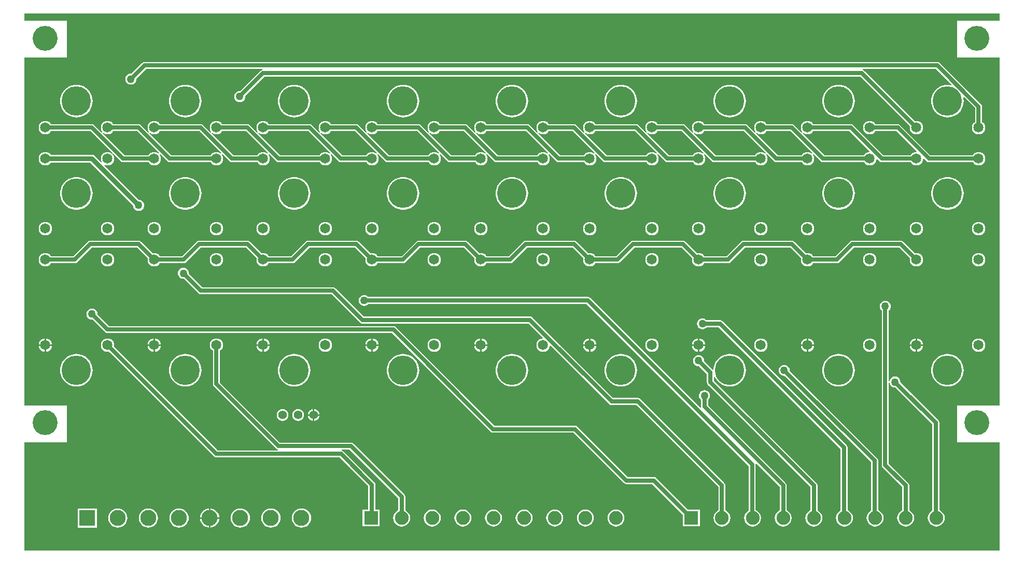
<source format=gbl>
G04*
G04 #@! TF.GenerationSoftware,Altium Limited,Altium Designer,19.1.8 (144)*
G04*
G04 Layer_Physical_Order=2*
G04 Layer_Color=16711680*
%FSLAX25Y25*%
%MOIN*%
G70*
G01*
G75*
%ADD23C,0.02500*%
%ADD24C,0.08858*%
%ADD25R,0.08858X0.08858*%
%ADD26C,0.18898*%
%ADD27C,0.06496*%
%ADD28C,0.05512*%
%ADD29C,0.10335*%
%ADD30R,0.10335X0.10335*%
%ADD31C,0.16000*%
%ADD32C,0.05000*%
%ADD33C,0.03000*%
G36*
X748471Y453750D02*
X721250D01*
Y430000D01*
X748471D01*
Y206250D01*
X721250D01*
Y182500D01*
X748471D01*
Y112779D01*
X121529D01*
Y182500D01*
X148750D01*
Y206250D01*
X121529D01*
Y430000D01*
X148750D01*
Y453750D01*
X121529D01*
Y458471D01*
X748471D01*
Y453750D01*
D02*
G37*
%LPC*%
G36*
X708631Y427294D02*
X198750D01*
X197872Y427119D01*
X197128Y426622D01*
X190253Y419747D01*
X190000Y419780D01*
X189086Y419660D01*
X188235Y419307D01*
X187504Y418746D01*
X186943Y418015D01*
X186590Y417164D01*
X186470Y416250D01*
X186590Y415336D01*
X186943Y414485D01*
X187504Y413754D01*
X188235Y413193D01*
X189086Y412840D01*
X190000Y412720D01*
X190914Y412840D01*
X191765Y413193D01*
X192496Y413754D01*
X193057Y414485D01*
X193410Y415336D01*
X193530Y416250D01*
X193497Y416503D01*
X199700Y422706D01*
X274507D01*
X274557Y422206D01*
X274122Y422119D01*
X273378Y421622D01*
X260253Y408497D01*
X260000Y408530D01*
X259086Y408410D01*
X258235Y408057D01*
X257504Y407496D01*
X256943Y406765D01*
X256590Y405914D01*
X256470Y405000D01*
X256590Y404086D01*
X256943Y403235D01*
X257504Y402504D01*
X258235Y401943D01*
X259086Y401590D01*
X260000Y401470D01*
X260914Y401590D01*
X261765Y401943D01*
X262496Y402504D01*
X263057Y403235D01*
X263410Y404086D01*
X263530Y405000D01*
X263497Y405253D01*
X275950Y417706D01*
X659050D01*
X690836Y385919D01*
X690715Y385000D01*
X690861Y383891D01*
X691289Y382858D01*
X691970Y381970D01*
X692858Y381289D01*
X693891Y380861D01*
X695000Y380715D01*
X696109Y380861D01*
X697142Y381289D01*
X698030Y381970D01*
X698711Y382858D01*
X699139Y383891D01*
X699285Y385000D01*
X699139Y386109D01*
X698711Y387142D01*
X698030Y388030D01*
X697142Y388711D01*
X696109Y389139D01*
X695000Y389285D01*
X694081Y389164D01*
X661622Y421622D01*
X660878Y422119D01*
X660443Y422206D01*
X660493Y422706D01*
X707681D01*
X717685Y412702D01*
X717431Y412249D01*
X716640Y412439D01*
X715000Y412568D01*
X713360Y412439D01*
X711761Y412055D01*
X710242Y411425D01*
X708839Y410566D01*
X707589Y409498D01*
X706521Y408247D01*
X705661Y406845D01*
X705032Y405326D01*
X704648Y403726D01*
X704519Y402087D01*
X704648Y400447D01*
X705032Y398848D01*
X705661Y397328D01*
X706521Y395926D01*
X707589Y394675D01*
X708839Y393607D01*
X710242Y392748D01*
X711761Y392119D01*
X713360Y391735D01*
X715000Y391605D01*
X716640Y391735D01*
X718239Y392119D01*
X719758Y392748D01*
X721161Y393607D01*
X722411Y394675D01*
X723479Y395926D01*
X724339Y397328D01*
X724968Y398848D01*
X725352Y400447D01*
X725481Y402087D01*
X725352Y403726D01*
X725162Y404518D01*
X725615Y404772D01*
X732706Y397681D01*
Y388594D01*
X731970Y388030D01*
X731289Y387142D01*
X730861Y386109D01*
X730715Y385000D01*
X730861Y383891D01*
X731289Y382858D01*
X731970Y381970D01*
X732858Y381289D01*
X733891Y380861D01*
X735000Y380715D01*
X736109Y380861D01*
X737142Y381289D01*
X738030Y381970D01*
X738711Y382858D01*
X739139Y383891D01*
X739285Y385000D01*
X739139Y386109D01*
X738711Y387142D01*
X738030Y388030D01*
X737294Y388594D01*
Y398631D01*
X737119Y399509D01*
X736622Y400253D01*
X710253Y426622D01*
X709509Y427119D01*
X708631Y427294D01*
D02*
G37*
G36*
X645000Y412568D02*
X643360Y412439D01*
X641761Y412055D01*
X640242Y411425D01*
X638839Y410566D01*
X637589Y409498D01*
X636521Y408247D01*
X635661Y406845D01*
X635032Y405326D01*
X634648Y403726D01*
X634519Y402087D01*
X634648Y400447D01*
X635032Y398848D01*
X635661Y397328D01*
X636521Y395926D01*
X637589Y394675D01*
X638839Y393607D01*
X640242Y392748D01*
X641761Y392119D01*
X643360Y391735D01*
X645000Y391605D01*
X646640Y391735D01*
X648239Y392119D01*
X649758Y392748D01*
X651161Y393607D01*
X652411Y394675D01*
X653479Y395926D01*
X654339Y397328D01*
X654968Y398848D01*
X655352Y400447D01*
X655481Y402087D01*
X655352Y403726D01*
X654968Y405326D01*
X654339Y406845D01*
X653479Y408247D01*
X652411Y409498D01*
X651161Y410566D01*
X649758Y411425D01*
X648239Y412055D01*
X646640Y412439D01*
X645000Y412568D01*
D02*
G37*
G36*
X575000D02*
X573360Y412439D01*
X571761Y412055D01*
X570242Y411425D01*
X568839Y410566D01*
X567589Y409498D01*
X566521Y408247D01*
X565661Y406845D01*
X565032Y405326D01*
X564648Y403726D01*
X564519Y402087D01*
X564648Y400447D01*
X565032Y398848D01*
X565661Y397328D01*
X566521Y395926D01*
X567589Y394675D01*
X568839Y393607D01*
X570242Y392748D01*
X571761Y392119D01*
X573360Y391735D01*
X575000Y391605D01*
X576640Y391735D01*
X578239Y392119D01*
X579758Y392748D01*
X581161Y393607D01*
X582411Y394675D01*
X583479Y395926D01*
X584339Y397328D01*
X584968Y398848D01*
X585352Y400447D01*
X585481Y402087D01*
X585352Y403726D01*
X584968Y405326D01*
X584339Y406845D01*
X583479Y408247D01*
X582411Y409498D01*
X581161Y410566D01*
X579758Y411425D01*
X578239Y412055D01*
X576640Y412439D01*
X575000Y412568D01*
D02*
G37*
G36*
X505000D02*
X503360Y412439D01*
X501761Y412055D01*
X500242Y411425D01*
X498839Y410566D01*
X497589Y409498D01*
X496521Y408247D01*
X495661Y406845D01*
X495032Y405326D01*
X494648Y403726D01*
X494519Y402087D01*
X494648Y400447D01*
X495032Y398848D01*
X495661Y397328D01*
X496521Y395926D01*
X497589Y394675D01*
X498839Y393607D01*
X500242Y392748D01*
X501761Y392119D01*
X503360Y391735D01*
X505000Y391605D01*
X506640Y391735D01*
X508239Y392119D01*
X509758Y392748D01*
X511161Y393607D01*
X512411Y394675D01*
X513479Y395926D01*
X514339Y397328D01*
X514968Y398848D01*
X515352Y400447D01*
X515481Y402087D01*
X515352Y403726D01*
X514968Y405326D01*
X514339Y406845D01*
X513479Y408247D01*
X512411Y409498D01*
X511161Y410566D01*
X509758Y411425D01*
X508239Y412055D01*
X506640Y412439D01*
X505000Y412568D01*
D02*
G37*
G36*
X435000D02*
X433360Y412439D01*
X431761Y412055D01*
X430242Y411425D01*
X428839Y410566D01*
X427589Y409498D01*
X426521Y408247D01*
X425661Y406845D01*
X425032Y405326D01*
X424648Y403726D01*
X424519Y402087D01*
X424648Y400447D01*
X425032Y398848D01*
X425661Y397328D01*
X426521Y395926D01*
X427589Y394675D01*
X428839Y393607D01*
X430242Y392748D01*
X431761Y392119D01*
X433360Y391735D01*
X435000Y391605D01*
X436640Y391735D01*
X438239Y392119D01*
X439758Y392748D01*
X441161Y393607D01*
X442411Y394675D01*
X443479Y395926D01*
X444339Y397328D01*
X444968Y398848D01*
X445352Y400447D01*
X445481Y402087D01*
X445352Y403726D01*
X444968Y405326D01*
X444339Y406845D01*
X443479Y408247D01*
X442411Y409498D01*
X441161Y410566D01*
X439758Y411425D01*
X438239Y412055D01*
X436640Y412439D01*
X435000Y412568D01*
D02*
G37*
G36*
X365000D02*
X363360Y412439D01*
X361761Y412055D01*
X360242Y411425D01*
X358839Y410566D01*
X357589Y409498D01*
X356521Y408247D01*
X355661Y406845D01*
X355032Y405326D01*
X354648Y403726D01*
X354519Y402087D01*
X354648Y400447D01*
X355032Y398848D01*
X355661Y397328D01*
X356521Y395926D01*
X357589Y394675D01*
X358839Y393607D01*
X360242Y392748D01*
X361761Y392119D01*
X363360Y391735D01*
X365000Y391605D01*
X366640Y391735D01*
X368239Y392119D01*
X369758Y392748D01*
X371161Y393607D01*
X372411Y394675D01*
X373479Y395926D01*
X374339Y397328D01*
X374968Y398848D01*
X375352Y400447D01*
X375481Y402087D01*
X375352Y403726D01*
X374968Y405326D01*
X374339Y406845D01*
X373479Y408247D01*
X372411Y409498D01*
X371161Y410566D01*
X369758Y411425D01*
X368239Y412055D01*
X366640Y412439D01*
X365000Y412568D01*
D02*
G37*
G36*
X295000D02*
X293360Y412439D01*
X291761Y412055D01*
X290242Y411425D01*
X288839Y410566D01*
X287589Y409498D01*
X286521Y408247D01*
X285661Y406845D01*
X285032Y405326D01*
X284648Y403726D01*
X284519Y402087D01*
X284648Y400447D01*
X285032Y398848D01*
X285661Y397328D01*
X286521Y395926D01*
X287589Y394675D01*
X288839Y393607D01*
X290242Y392748D01*
X291761Y392119D01*
X293360Y391735D01*
X295000Y391605D01*
X296640Y391735D01*
X298239Y392119D01*
X299758Y392748D01*
X301161Y393607D01*
X302411Y394675D01*
X303479Y395926D01*
X304339Y397328D01*
X304968Y398848D01*
X305352Y400447D01*
X305481Y402087D01*
X305352Y403726D01*
X304968Y405326D01*
X304339Y406845D01*
X303479Y408247D01*
X302411Y409498D01*
X301161Y410566D01*
X299758Y411425D01*
X298239Y412055D01*
X296640Y412439D01*
X295000Y412568D01*
D02*
G37*
G36*
X225000D02*
X223360Y412439D01*
X221761Y412055D01*
X220242Y411425D01*
X218839Y410566D01*
X217589Y409498D01*
X216521Y408247D01*
X215661Y406845D01*
X215032Y405326D01*
X214648Y403726D01*
X214519Y402087D01*
X214648Y400447D01*
X215032Y398848D01*
X215661Y397328D01*
X216521Y395926D01*
X217589Y394675D01*
X218839Y393607D01*
X220242Y392748D01*
X221761Y392119D01*
X223360Y391735D01*
X225000Y391605D01*
X226640Y391735D01*
X228239Y392119D01*
X229758Y392748D01*
X231161Y393607D01*
X232411Y394675D01*
X233479Y395926D01*
X234339Y397328D01*
X234968Y398848D01*
X235352Y400447D01*
X235481Y402087D01*
X235352Y403726D01*
X234968Y405326D01*
X234339Y406845D01*
X233479Y408247D01*
X232411Y409498D01*
X231161Y410566D01*
X229758Y411425D01*
X228239Y412055D01*
X226640Y412439D01*
X225000Y412568D01*
D02*
G37*
G36*
X155000D02*
X153360Y412439D01*
X151761Y412055D01*
X150242Y411425D01*
X148839Y410566D01*
X147589Y409498D01*
X146521Y408247D01*
X145661Y406845D01*
X145032Y405326D01*
X144648Y403726D01*
X144519Y402087D01*
X144648Y400447D01*
X145032Y398848D01*
X145661Y397328D01*
X146521Y395926D01*
X147589Y394675D01*
X148839Y393607D01*
X150242Y392748D01*
X151761Y392119D01*
X153360Y391735D01*
X155000Y391605D01*
X156640Y391735D01*
X158239Y392119D01*
X159758Y392748D01*
X161161Y393607D01*
X162411Y394675D01*
X163479Y395926D01*
X164339Y397328D01*
X164968Y398848D01*
X165352Y400447D01*
X165481Y402087D01*
X165352Y403726D01*
X164968Y405326D01*
X164339Y406845D01*
X163479Y408247D01*
X162411Y409498D01*
X161161Y410566D01*
X159758Y411425D01*
X158239Y412055D01*
X156640Y412439D01*
X155000Y412568D01*
D02*
G37*
G36*
X665000Y389285D02*
X663891Y389139D01*
X662858Y388711D01*
X661970Y388030D01*
X661289Y387142D01*
X660861Y386109D01*
X660715Y385000D01*
X660861Y383891D01*
X661289Y382858D01*
X661970Y381970D01*
X662858Y381289D01*
X663891Y380861D01*
X665000Y380715D01*
X666109Y380861D01*
X667142Y381289D01*
X668030Y381970D01*
X668594Y382706D01*
X682090D01*
X695046Y369751D01*
X694827Y369262D01*
X693891Y369139D01*
X692858Y368711D01*
X691970Y368030D01*
X691406Y367294D01*
X673726D01*
X654397Y386622D01*
X653653Y387120D01*
X652775Y387294D01*
X628594D01*
X628030Y388030D01*
X627142Y388711D01*
X626109Y389139D01*
X625000Y389285D01*
X623891Y389139D01*
X622858Y388711D01*
X621970Y388030D01*
X621289Y387142D01*
X620861Y386109D01*
X620715Y385000D01*
X620861Y383891D01*
X621289Y382858D01*
X621640Y382400D01*
X621537Y382088D01*
X621386Y381910D01*
X621332Y381912D01*
X616622Y386622D01*
X615878Y387120D01*
X615000Y387294D01*
X598594D01*
X598030Y388030D01*
X597142Y388711D01*
X596109Y389139D01*
X595000Y389285D01*
X593891Y389139D01*
X592858Y388711D01*
X591970Y388030D01*
X591289Y387142D01*
X590861Y386109D01*
X590715Y385000D01*
X590861Y383891D01*
X591289Y382858D01*
X591641Y382400D01*
X591537Y382088D01*
X591386Y381910D01*
X591332Y381912D01*
X586622Y386622D01*
X585878Y387120D01*
X585000Y387294D01*
X558594D01*
X558030Y388030D01*
X557142Y388711D01*
X556109Y389139D01*
X555000Y389285D01*
X553891Y389139D01*
X552858Y388711D01*
X551970Y388030D01*
X551289Y387142D01*
X550861Y386109D01*
X550715Y385000D01*
X550861Y383891D01*
X551289Y382858D01*
X551641Y382400D01*
X551537Y382088D01*
X551386Y381910D01*
X551332Y381912D01*
X546622Y386622D01*
X545878Y387120D01*
X545000Y387294D01*
X528594D01*
X528030Y388030D01*
X527142Y388711D01*
X526109Y389139D01*
X525000Y389285D01*
X523891Y389139D01*
X522858Y388711D01*
X521970Y388030D01*
X521289Y387142D01*
X520861Y386109D01*
X520715Y385000D01*
X520861Y383891D01*
X521289Y382858D01*
X521640Y382400D01*
X521537Y382088D01*
X521386Y381910D01*
X521332Y381912D01*
X516622Y386622D01*
X515878Y387120D01*
X515000Y387294D01*
X488594D01*
X488030Y388030D01*
X487142Y388711D01*
X486109Y389139D01*
X485000Y389285D01*
X483891Y389139D01*
X482858Y388711D01*
X481970Y388030D01*
X481289Y387142D01*
X480861Y386109D01*
X480715Y385000D01*
X480861Y383891D01*
X481289Y382858D01*
X481640Y382400D01*
X481537Y382088D01*
X481386Y381910D01*
X481332Y381912D01*
X476622Y386622D01*
X475878Y387120D01*
X475000Y387294D01*
X458594D01*
X458030Y388030D01*
X457142Y388711D01*
X456109Y389139D01*
X455000Y389285D01*
X453891Y389139D01*
X452858Y388711D01*
X451970Y388030D01*
X451289Y387142D01*
X450861Y386109D01*
X450715Y385000D01*
X450861Y383891D01*
X451289Y382858D01*
X451641Y382400D01*
X451537Y382088D01*
X451386Y381910D01*
X451332Y381912D01*
X446622Y386622D01*
X445878Y387120D01*
X445000Y387294D01*
X418594D01*
X418030Y388030D01*
X417142Y388711D01*
X416109Y389139D01*
X415000Y389285D01*
X413891Y389139D01*
X412858Y388711D01*
X411970Y388030D01*
X411289Y387142D01*
X410861Y386109D01*
X410715Y385000D01*
X410861Y383891D01*
X411289Y382858D01*
X411641Y382400D01*
X411537Y382088D01*
X411386Y381910D01*
X411332Y381912D01*
X406622Y386622D01*
X405878Y387120D01*
X405000Y387294D01*
X388594D01*
X388030Y388030D01*
X387142Y388711D01*
X386109Y389139D01*
X385000Y389285D01*
X383891Y389139D01*
X382858Y388711D01*
X381970Y388030D01*
X381289Y387142D01*
X380861Y386109D01*
X380715Y385000D01*
X380861Y383891D01*
X381289Y382858D01*
X381641Y382400D01*
X381537Y382088D01*
X381386Y381910D01*
X381332Y381912D01*
X376622Y386622D01*
X375878Y387120D01*
X375000Y387294D01*
X348594D01*
X348030Y388030D01*
X347142Y388711D01*
X346109Y389139D01*
X345000Y389285D01*
X343891Y389139D01*
X342858Y388711D01*
X341970Y388030D01*
X341289Y387142D01*
X340861Y386109D01*
X340715Y385000D01*
X340861Y383891D01*
X341289Y382858D01*
X341640Y382400D01*
X341537Y382088D01*
X341386Y381910D01*
X341332Y381912D01*
X336622Y386622D01*
X335878Y387120D01*
X335000Y387294D01*
X318594D01*
X318030Y388030D01*
X317142Y388711D01*
X316109Y389139D01*
X315000Y389285D01*
X313891Y389139D01*
X312858Y388711D01*
X311970Y388030D01*
X311289Y387142D01*
X310861Y386109D01*
X310715Y385000D01*
X310861Y383891D01*
X311289Y382858D01*
X311641Y382400D01*
X311537Y382088D01*
X311386Y381910D01*
X311332Y381912D01*
X306622Y386622D01*
X305878Y387120D01*
X305000Y387294D01*
X278594D01*
X278030Y388030D01*
X277142Y388711D01*
X276109Y389139D01*
X275000Y389285D01*
X273891Y389139D01*
X272858Y388711D01*
X271970Y388030D01*
X271289Y387142D01*
X270861Y386109D01*
X270715Y385000D01*
X270861Y383891D01*
X271289Y382858D01*
X271640Y382400D01*
X271537Y382088D01*
X271386Y381910D01*
X271332Y381912D01*
X266622Y386622D01*
X265878Y387120D01*
X265000Y387294D01*
X248594D01*
X248030Y388030D01*
X247142Y388711D01*
X246109Y389139D01*
X245000Y389285D01*
X243891Y389139D01*
X242858Y388711D01*
X241970Y388030D01*
X241289Y387142D01*
X240861Y386109D01*
X240715Y385000D01*
X240861Y383891D01*
X241289Y382858D01*
X241640Y382400D01*
X241537Y382088D01*
X241386Y381910D01*
X241332Y381912D01*
X236622Y386622D01*
X235878Y387120D01*
X235000Y387294D01*
X208594D01*
X208030Y388030D01*
X207142Y388711D01*
X206109Y389139D01*
X205000Y389285D01*
X203891Y389139D01*
X202858Y388711D01*
X201970Y388030D01*
X201289Y387142D01*
X200861Y386109D01*
X200715Y385000D01*
X200861Y383891D01*
X201289Y382858D01*
X201641Y382400D01*
X201537Y382088D01*
X201386Y381910D01*
X201332Y381912D01*
X196622Y386622D01*
X195878Y387120D01*
X195000Y387294D01*
X178594D01*
X178030Y388030D01*
X177142Y388711D01*
X176109Y389139D01*
X175000Y389285D01*
X173891Y389139D01*
X172858Y388711D01*
X171970Y388030D01*
X171289Y387142D01*
X170861Y386109D01*
X170715Y385000D01*
X170861Y383891D01*
X171289Y382858D01*
X171641Y382400D01*
X171537Y382088D01*
X171386Y381910D01*
X171332Y381912D01*
X166622Y386622D01*
X165878Y387120D01*
X165000Y387294D01*
X138594D01*
X138030Y388030D01*
X137142Y388711D01*
X136109Y389139D01*
X135000Y389285D01*
X133891Y389139D01*
X132858Y388711D01*
X131970Y388030D01*
X131289Y387142D01*
X130861Y386109D01*
X130715Y385000D01*
X130861Y383891D01*
X131289Y382858D01*
X131970Y381970D01*
X132858Y381289D01*
X133891Y380861D01*
X135000Y380715D01*
X136109Y380861D01*
X137142Y381289D01*
X138030Y381970D01*
X138594Y382706D01*
X164050D01*
X178313Y368442D01*
X177983Y368066D01*
X177699Y368284D01*
X177142Y368711D01*
X176109Y369139D01*
X175000Y369285D01*
X173891Y369139D01*
X172858Y368711D01*
X171970Y368030D01*
X171289Y367142D01*
X170861Y366109D01*
X170715Y365000D01*
X170861Y363891D01*
X171173Y363139D01*
X170749Y362856D01*
X166802Y366802D01*
X165975Y367355D01*
X165000Y367549D01*
X138399D01*
X138030Y368030D01*
X137142Y368711D01*
X136109Y369139D01*
X135000Y369285D01*
X133891Y369139D01*
X132858Y368711D01*
X131970Y368030D01*
X131289Y367142D01*
X130861Y366109D01*
X130715Y365000D01*
X130861Y363891D01*
X131289Y362858D01*
X131970Y361970D01*
X132858Y361289D01*
X133891Y360861D01*
X135000Y360715D01*
X136109Y360861D01*
X137142Y361289D01*
X138030Y361970D01*
X138399Y362451D01*
X163944D01*
X191481Y334914D01*
X191590Y334086D01*
X191943Y333235D01*
X192504Y332504D01*
X193235Y331943D01*
X194086Y331590D01*
X195000Y331470D01*
X195914Y331590D01*
X196765Y331943D01*
X197496Y332504D01*
X198057Y333235D01*
X198410Y334086D01*
X198530Y335000D01*
X198410Y335914D01*
X198057Y336765D01*
X197496Y337496D01*
X196765Y338057D01*
X195914Y338410D01*
X195086Y338519D01*
X172856Y360749D01*
X173139Y361173D01*
X173891Y360861D01*
X175000Y360715D01*
X176109Y360861D01*
X177142Y361289D01*
X178030Y361970D01*
X178711Y362858D01*
X179139Y363891D01*
X179285Y365000D01*
X179139Y366109D01*
X178711Y367142D01*
X178284Y367699D01*
X178066Y367983D01*
X178442Y368313D01*
X183378Y363378D01*
X184122Y362880D01*
X185000Y362706D01*
X201406D01*
X201970Y361970D01*
X202858Y361289D01*
X203891Y360861D01*
X205000Y360715D01*
X206109Y360861D01*
X207142Y361289D01*
X208030Y361970D01*
X208711Y362858D01*
X209139Y363891D01*
X209285Y365000D01*
X209139Y366109D01*
X208711Y367142D01*
X208360Y367600D01*
X208463Y367912D01*
X208614Y368090D01*
X208668Y368088D01*
X213378Y363378D01*
X214122Y362880D01*
X215000Y362706D01*
X241406D01*
X241970Y361970D01*
X242858Y361289D01*
X243891Y360861D01*
X245000Y360715D01*
X246109Y360861D01*
X247142Y361289D01*
X248030Y361970D01*
X248711Y362858D01*
X249139Y363891D01*
X249285Y365000D01*
X249139Y366109D01*
X248711Y367142D01*
X248359Y367600D01*
X248463Y367912D01*
X248614Y368090D01*
X248668Y368088D01*
X253378Y363378D01*
X254122Y362880D01*
X255000Y362706D01*
X271406D01*
X271970Y361970D01*
X272858Y361289D01*
X273891Y360861D01*
X275000Y360715D01*
X276109Y360861D01*
X277142Y361289D01*
X278030Y361970D01*
X278711Y362858D01*
X279139Y363891D01*
X279285Y365000D01*
X279139Y366109D01*
X278711Y367142D01*
X278360Y367600D01*
X278463Y367912D01*
X278614Y368090D01*
X278668Y368088D01*
X283378Y363378D01*
X284122Y362880D01*
X285000Y362706D01*
X311406D01*
X311970Y361970D01*
X312858Y361289D01*
X313891Y360861D01*
X315000Y360715D01*
X316109Y360861D01*
X317142Y361289D01*
X318030Y361970D01*
X318711Y362858D01*
X319139Y363891D01*
X319285Y365000D01*
X319139Y366109D01*
X318711Y367142D01*
X318359Y367600D01*
X318463Y367912D01*
X318614Y368090D01*
X318668Y368088D01*
X323378Y363378D01*
X324122Y362880D01*
X325000Y362706D01*
X341406D01*
X341970Y361970D01*
X342858Y361289D01*
X343891Y360861D01*
X345000Y360715D01*
X346109Y360861D01*
X347142Y361289D01*
X348030Y361970D01*
X348711Y362858D01*
X349139Y363891D01*
X349285Y365000D01*
X349139Y366109D01*
X348711Y367142D01*
X348359Y367600D01*
X348463Y367912D01*
X348614Y368090D01*
X348668Y368088D01*
X353378Y363378D01*
X354122Y362880D01*
X355000Y362706D01*
X381406D01*
X381970Y361970D01*
X382858Y361289D01*
X383891Y360861D01*
X385000Y360715D01*
X386109Y360861D01*
X387142Y361289D01*
X388030Y361970D01*
X388711Y362858D01*
X389139Y363891D01*
X389285Y365000D01*
X389139Y366109D01*
X388711Y367142D01*
X388359Y367600D01*
X388463Y367912D01*
X388614Y368090D01*
X388668Y368088D01*
X393378Y363378D01*
X394122Y362880D01*
X395000Y362706D01*
X411406D01*
X411970Y361970D01*
X412858Y361289D01*
X413891Y360861D01*
X415000Y360715D01*
X416109Y360861D01*
X417142Y361289D01*
X418030Y361970D01*
X418711Y362858D01*
X419139Y363891D01*
X419285Y365000D01*
X419139Y366109D01*
X418711Y367142D01*
X418360Y367600D01*
X418463Y367912D01*
X418614Y368090D01*
X418668Y368088D01*
X423378Y363378D01*
X424122Y362880D01*
X425000Y362706D01*
X451406D01*
X451970Y361970D01*
X452858Y361289D01*
X453891Y360861D01*
X455000Y360715D01*
X456109Y360861D01*
X457142Y361289D01*
X458030Y361970D01*
X458711Y362858D01*
X459139Y363891D01*
X459285Y365000D01*
X459139Y366109D01*
X458711Y367142D01*
X458359Y367600D01*
X458463Y367912D01*
X458614Y368090D01*
X458668Y368088D01*
X463378Y363378D01*
X464122Y362880D01*
X465000Y362706D01*
X481406D01*
X481970Y361970D01*
X482858Y361289D01*
X483891Y360861D01*
X485000Y360715D01*
X486109Y360861D01*
X487142Y361289D01*
X488030Y361970D01*
X488711Y362858D01*
X489139Y363891D01*
X489285Y365000D01*
X489139Y366109D01*
X488711Y367142D01*
X488359Y367600D01*
X488463Y367912D01*
X488614Y368090D01*
X488668Y368088D01*
X493378Y363378D01*
X494122Y362880D01*
X495000Y362706D01*
X521406D01*
X521970Y361970D01*
X522858Y361289D01*
X523891Y360861D01*
X525000Y360715D01*
X526109Y360861D01*
X527142Y361289D01*
X528030Y361970D01*
X528711Y362858D01*
X529139Y363891D01*
X529285Y365000D01*
X529139Y366109D01*
X528711Y367142D01*
X528360Y367600D01*
X528463Y367912D01*
X528614Y368090D01*
X528668Y368088D01*
X533378Y363378D01*
X534122Y362880D01*
X535000Y362706D01*
X551406D01*
X551970Y361970D01*
X552858Y361289D01*
X553891Y360861D01*
X555000Y360715D01*
X556109Y360861D01*
X557142Y361289D01*
X558030Y361970D01*
X558711Y362858D01*
X559139Y363891D01*
X559285Y365000D01*
X559139Y366109D01*
X558711Y367142D01*
X558359Y367600D01*
X558463Y367912D01*
X558614Y368090D01*
X558668Y368088D01*
X563378Y363378D01*
X564122Y362880D01*
X565000Y362706D01*
X591406D01*
X591970Y361970D01*
X592858Y361289D01*
X593891Y360861D01*
X595000Y360715D01*
X596109Y360861D01*
X597142Y361289D01*
X598030Y361970D01*
X598711Y362858D01*
X599139Y363891D01*
X599285Y365000D01*
X599139Y366109D01*
X598711Y367142D01*
X598359Y367600D01*
X598463Y367912D01*
X598614Y368090D01*
X598668Y368088D01*
X603378Y363378D01*
X604122Y362880D01*
X605000Y362706D01*
X621406D01*
X621970Y361970D01*
X622858Y361289D01*
X623891Y360861D01*
X625000Y360715D01*
X626109Y360861D01*
X627142Y361289D01*
X628030Y361970D01*
X628711Y362858D01*
X629139Y363891D01*
X629285Y365000D01*
X629139Y366109D01*
X628711Y367142D01*
X628360Y367600D01*
X628463Y367912D01*
X628614Y368090D01*
X628668Y368088D01*
X633378Y363378D01*
X634122Y362880D01*
X635000Y362706D01*
X661406D01*
X661970Y361970D01*
X662858Y361289D01*
X663891Y360861D01*
X665000Y360715D01*
X666109Y360861D01*
X667142Y361289D01*
X668030Y361970D01*
X668711Y362858D01*
X669139Y363891D01*
X669231Y364593D01*
X669759Y364772D01*
X671153Y363378D01*
X671898Y362880D01*
X672775Y362706D01*
X691406D01*
X691970Y361970D01*
X692858Y361289D01*
X693891Y360861D01*
X695000Y360715D01*
X696109Y360861D01*
X697142Y361289D01*
X698030Y361970D01*
X698711Y362858D01*
X699139Y363891D01*
X699262Y364827D01*
X699751Y365046D01*
X701418Y363378D01*
X702163Y362880D01*
X703041Y362706D01*
X731406D01*
X731970Y361970D01*
X732858Y361289D01*
X733891Y360861D01*
X735000Y360715D01*
X736109Y360861D01*
X737142Y361289D01*
X738030Y361970D01*
X738711Y362858D01*
X739139Y363891D01*
X739285Y365000D01*
X739139Y366109D01*
X738711Y367142D01*
X738030Y368030D01*
X737142Y368711D01*
X736109Y369139D01*
X735000Y369285D01*
X733891Y369139D01*
X732858Y368711D01*
X731970Y368030D01*
X731406Y367294D01*
X703991D01*
X684663Y386622D01*
X683919Y387120D01*
X683041Y387294D01*
X668594D01*
X668030Y388030D01*
X667142Y388711D01*
X666109Y389139D01*
X665000Y389285D01*
D02*
G37*
G36*
X715000Y353119D02*
X713360Y352990D01*
X711761Y352606D01*
X710242Y351976D01*
X708839Y351117D01*
X707589Y350049D01*
X706521Y348798D01*
X705661Y347396D01*
X705032Y345877D01*
X704648Y344277D01*
X704519Y342638D01*
X704648Y340998D01*
X705032Y339399D01*
X705661Y337879D01*
X706521Y336477D01*
X707589Y335226D01*
X708839Y334158D01*
X710242Y333299D01*
X711761Y332670D01*
X713360Y332286D01*
X715000Y332157D01*
X716640Y332286D01*
X718239Y332670D01*
X719758Y333299D01*
X721161Y334158D01*
X722411Y335226D01*
X723479Y336477D01*
X724339Y337879D01*
X724968Y339399D01*
X725352Y340998D01*
X725481Y342638D01*
X725352Y344277D01*
X724968Y345877D01*
X724339Y347396D01*
X723479Y348798D01*
X722411Y350049D01*
X721161Y351117D01*
X719758Y351976D01*
X718239Y352606D01*
X716640Y352990D01*
X715000Y353119D01*
D02*
G37*
G36*
X645000D02*
X643360Y352990D01*
X641761Y352606D01*
X640242Y351976D01*
X638839Y351117D01*
X637589Y350049D01*
X636521Y348798D01*
X635661Y347396D01*
X635032Y345877D01*
X634648Y344277D01*
X634519Y342638D01*
X634648Y340998D01*
X635032Y339399D01*
X635661Y337879D01*
X636521Y336477D01*
X637589Y335226D01*
X638839Y334158D01*
X640242Y333299D01*
X641761Y332670D01*
X643360Y332286D01*
X645000Y332157D01*
X646640Y332286D01*
X648239Y332670D01*
X649758Y333299D01*
X651161Y334158D01*
X652411Y335226D01*
X653479Y336477D01*
X654339Y337879D01*
X654968Y339399D01*
X655352Y340998D01*
X655481Y342638D01*
X655352Y344277D01*
X654968Y345877D01*
X654339Y347396D01*
X653479Y348798D01*
X652411Y350049D01*
X651161Y351117D01*
X649758Y351976D01*
X648239Y352606D01*
X646640Y352990D01*
X645000Y353119D01*
D02*
G37*
G36*
X575000D02*
X573360Y352990D01*
X571761Y352606D01*
X570242Y351976D01*
X568839Y351117D01*
X567589Y350049D01*
X566521Y348798D01*
X565661Y347396D01*
X565032Y345877D01*
X564648Y344277D01*
X564519Y342638D01*
X564648Y340998D01*
X565032Y339399D01*
X565661Y337879D01*
X566521Y336477D01*
X567589Y335226D01*
X568839Y334158D01*
X570242Y333299D01*
X571761Y332670D01*
X573360Y332286D01*
X575000Y332157D01*
X576640Y332286D01*
X578239Y332670D01*
X579758Y333299D01*
X581161Y334158D01*
X582411Y335226D01*
X583479Y336477D01*
X584339Y337879D01*
X584968Y339399D01*
X585352Y340998D01*
X585481Y342638D01*
X585352Y344277D01*
X584968Y345877D01*
X584339Y347396D01*
X583479Y348798D01*
X582411Y350049D01*
X581161Y351117D01*
X579758Y351976D01*
X578239Y352606D01*
X576640Y352990D01*
X575000Y353119D01*
D02*
G37*
G36*
X505000D02*
X503360Y352990D01*
X501761Y352606D01*
X500242Y351976D01*
X498839Y351117D01*
X497589Y350049D01*
X496521Y348798D01*
X495661Y347396D01*
X495032Y345877D01*
X494648Y344277D01*
X494519Y342638D01*
X494648Y340998D01*
X495032Y339399D01*
X495661Y337879D01*
X496521Y336477D01*
X497589Y335226D01*
X498839Y334158D01*
X500242Y333299D01*
X501761Y332670D01*
X503360Y332286D01*
X505000Y332157D01*
X506640Y332286D01*
X508239Y332670D01*
X509758Y333299D01*
X511161Y334158D01*
X512411Y335226D01*
X513479Y336477D01*
X514339Y337879D01*
X514968Y339399D01*
X515352Y340998D01*
X515481Y342638D01*
X515352Y344277D01*
X514968Y345877D01*
X514339Y347396D01*
X513479Y348798D01*
X512411Y350049D01*
X511161Y351117D01*
X509758Y351976D01*
X508239Y352606D01*
X506640Y352990D01*
X505000Y353119D01*
D02*
G37*
G36*
X435000D02*
X433360Y352990D01*
X431761Y352606D01*
X430242Y351976D01*
X428839Y351117D01*
X427589Y350049D01*
X426521Y348798D01*
X425661Y347396D01*
X425032Y345877D01*
X424648Y344277D01*
X424519Y342638D01*
X424648Y340998D01*
X425032Y339399D01*
X425661Y337879D01*
X426521Y336477D01*
X427589Y335226D01*
X428839Y334158D01*
X430242Y333299D01*
X431761Y332670D01*
X433360Y332286D01*
X435000Y332157D01*
X436640Y332286D01*
X438239Y332670D01*
X439758Y333299D01*
X441161Y334158D01*
X442411Y335226D01*
X443479Y336477D01*
X444339Y337879D01*
X444968Y339399D01*
X445352Y340998D01*
X445481Y342638D01*
X445352Y344277D01*
X444968Y345877D01*
X444339Y347396D01*
X443479Y348798D01*
X442411Y350049D01*
X441161Y351117D01*
X439758Y351976D01*
X438239Y352606D01*
X436640Y352990D01*
X435000Y353119D01*
D02*
G37*
G36*
X365000D02*
X363360Y352990D01*
X361761Y352606D01*
X360242Y351976D01*
X358839Y351117D01*
X357589Y350049D01*
X356521Y348798D01*
X355661Y347396D01*
X355032Y345877D01*
X354648Y344277D01*
X354519Y342638D01*
X354648Y340998D01*
X355032Y339399D01*
X355661Y337879D01*
X356521Y336477D01*
X357589Y335226D01*
X358839Y334158D01*
X360242Y333299D01*
X361761Y332670D01*
X363360Y332286D01*
X365000Y332157D01*
X366640Y332286D01*
X368239Y332670D01*
X369758Y333299D01*
X371161Y334158D01*
X372411Y335226D01*
X373479Y336477D01*
X374339Y337879D01*
X374968Y339399D01*
X375352Y340998D01*
X375481Y342638D01*
X375352Y344277D01*
X374968Y345877D01*
X374339Y347396D01*
X373479Y348798D01*
X372411Y350049D01*
X371161Y351117D01*
X369758Y351976D01*
X368239Y352606D01*
X366640Y352990D01*
X365000Y353119D01*
D02*
G37*
G36*
X295000D02*
X293360Y352990D01*
X291761Y352606D01*
X290242Y351976D01*
X288839Y351117D01*
X287589Y350049D01*
X286521Y348798D01*
X285661Y347396D01*
X285032Y345877D01*
X284648Y344277D01*
X284519Y342638D01*
X284648Y340998D01*
X285032Y339399D01*
X285661Y337879D01*
X286521Y336477D01*
X287589Y335226D01*
X288839Y334158D01*
X290242Y333299D01*
X291761Y332670D01*
X293360Y332286D01*
X295000Y332157D01*
X296640Y332286D01*
X298239Y332670D01*
X299758Y333299D01*
X301161Y334158D01*
X302411Y335226D01*
X303479Y336477D01*
X304339Y337879D01*
X304968Y339399D01*
X305352Y340998D01*
X305481Y342638D01*
X305352Y344277D01*
X304968Y345877D01*
X304339Y347396D01*
X303479Y348798D01*
X302411Y350049D01*
X301161Y351117D01*
X299758Y351976D01*
X298239Y352606D01*
X296640Y352990D01*
X295000Y353119D01*
D02*
G37*
G36*
X225000D02*
X223360Y352990D01*
X221761Y352606D01*
X220242Y351976D01*
X218839Y351117D01*
X217589Y350049D01*
X216521Y348798D01*
X215661Y347396D01*
X215032Y345877D01*
X214648Y344277D01*
X214519Y342638D01*
X214648Y340998D01*
X215032Y339399D01*
X215661Y337879D01*
X216521Y336477D01*
X217589Y335226D01*
X218839Y334158D01*
X220242Y333299D01*
X221761Y332670D01*
X223360Y332286D01*
X225000Y332157D01*
X226640Y332286D01*
X228239Y332670D01*
X229758Y333299D01*
X231161Y334158D01*
X232411Y335226D01*
X233479Y336477D01*
X234339Y337879D01*
X234968Y339399D01*
X235352Y340998D01*
X235481Y342638D01*
X235352Y344277D01*
X234968Y345877D01*
X234339Y347396D01*
X233479Y348798D01*
X232411Y350049D01*
X231161Y351117D01*
X229758Y351976D01*
X228239Y352606D01*
X226640Y352990D01*
X225000Y353119D01*
D02*
G37*
G36*
X155000D02*
X153360Y352990D01*
X151761Y352606D01*
X150242Y351976D01*
X148839Y351117D01*
X147589Y350049D01*
X146521Y348798D01*
X145661Y347396D01*
X145032Y345877D01*
X144648Y344277D01*
X144519Y342638D01*
X144648Y340998D01*
X145032Y339399D01*
X145661Y337879D01*
X146521Y336477D01*
X147589Y335226D01*
X148839Y334158D01*
X150242Y333299D01*
X151761Y332670D01*
X153360Y332286D01*
X155000Y332157D01*
X156640Y332286D01*
X158239Y332670D01*
X159758Y333299D01*
X161161Y334158D01*
X162411Y335226D01*
X163479Y336477D01*
X164339Y337879D01*
X164968Y339399D01*
X165352Y340998D01*
X165481Y342638D01*
X165352Y344277D01*
X164968Y345877D01*
X164339Y347396D01*
X163479Y348798D01*
X162411Y350049D01*
X161161Y351117D01*
X159758Y351976D01*
X158239Y352606D01*
X156640Y352990D01*
X155000Y353119D01*
D02*
G37*
G36*
X735000Y324285D02*
X733891Y324139D01*
X732858Y323711D01*
X731970Y323030D01*
X731289Y322142D01*
X730861Y321109D01*
X730715Y320000D01*
X730861Y318891D01*
X731289Y317858D01*
X731970Y316970D01*
X732858Y316289D01*
X733891Y315861D01*
X735000Y315715D01*
X736109Y315861D01*
X737142Y316289D01*
X738030Y316970D01*
X738711Y317858D01*
X739139Y318891D01*
X739285Y320000D01*
X739139Y321109D01*
X738711Y322142D01*
X738030Y323030D01*
X737142Y323711D01*
X736109Y324139D01*
X735000Y324285D01*
D02*
G37*
G36*
X695000D02*
X693891Y324139D01*
X692858Y323711D01*
X691970Y323030D01*
X691289Y322142D01*
X690861Y321109D01*
X690715Y320000D01*
X690861Y318891D01*
X691289Y317858D01*
X691970Y316970D01*
X692858Y316289D01*
X693891Y315861D01*
X695000Y315715D01*
X696109Y315861D01*
X697142Y316289D01*
X698030Y316970D01*
X698711Y317858D01*
X699139Y318891D01*
X699285Y320000D01*
X699139Y321109D01*
X698711Y322142D01*
X698030Y323030D01*
X697142Y323711D01*
X696109Y324139D01*
X695000Y324285D01*
D02*
G37*
G36*
X665000D02*
X663891Y324139D01*
X662858Y323711D01*
X661970Y323030D01*
X661289Y322142D01*
X660861Y321109D01*
X660715Y320000D01*
X660861Y318891D01*
X661289Y317858D01*
X661970Y316970D01*
X662858Y316289D01*
X663891Y315861D01*
X665000Y315715D01*
X666109Y315861D01*
X667142Y316289D01*
X668030Y316970D01*
X668711Y317858D01*
X669139Y318891D01*
X669285Y320000D01*
X669139Y321109D01*
X668711Y322142D01*
X668030Y323030D01*
X667142Y323711D01*
X666109Y324139D01*
X665000Y324285D01*
D02*
G37*
G36*
X625000D02*
X623891Y324139D01*
X622858Y323711D01*
X621970Y323030D01*
X621289Y322142D01*
X620861Y321109D01*
X620715Y320000D01*
X620861Y318891D01*
X621289Y317858D01*
X621970Y316970D01*
X622858Y316289D01*
X623891Y315861D01*
X625000Y315715D01*
X626109Y315861D01*
X627142Y316289D01*
X628030Y316970D01*
X628711Y317858D01*
X629139Y318891D01*
X629285Y320000D01*
X629139Y321109D01*
X628711Y322142D01*
X628030Y323030D01*
X627142Y323711D01*
X626109Y324139D01*
X625000Y324285D01*
D02*
G37*
G36*
X595000D02*
X593891Y324139D01*
X592858Y323711D01*
X591970Y323030D01*
X591289Y322142D01*
X590861Y321109D01*
X590715Y320000D01*
X590861Y318891D01*
X591289Y317858D01*
X591970Y316970D01*
X592858Y316289D01*
X593891Y315861D01*
X595000Y315715D01*
X596109Y315861D01*
X597142Y316289D01*
X598030Y316970D01*
X598711Y317858D01*
X599139Y318891D01*
X599285Y320000D01*
X599139Y321109D01*
X598711Y322142D01*
X598030Y323030D01*
X597142Y323711D01*
X596109Y324139D01*
X595000Y324285D01*
D02*
G37*
G36*
X555000D02*
X553891Y324139D01*
X552858Y323711D01*
X551970Y323030D01*
X551289Y322142D01*
X550861Y321109D01*
X550715Y320000D01*
X550861Y318891D01*
X551289Y317858D01*
X551970Y316970D01*
X552858Y316289D01*
X553891Y315861D01*
X555000Y315715D01*
X556109Y315861D01*
X557142Y316289D01*
X558030Y316970D01*
X558711Y317858D01*
X559139Y318891D01*
X559285Y320000D01*
X559139Y321109D01*
X558711Y322142D01*
X558030Y323030D01*
X557142Y323711D01*
X556109Y324139D01*
X555000Y324285D01*
D02*
G37*
G36*
X525000D02*
X523891Y324139D01*
X522858Y323711D01*
X521970Y323030D01*
X521289Y322142D01*
X520861Y321109D01*
X520715Y320000D01*
X520861Y318891D01*
X521289Y317858D01*
X521970Y316970D01*
X522858Y316289D01*
X523891Y315861D01*
X525000Y315715D01*
X526109Y315861D01*
X527142Y316289D01*
X528030Y316970D01*
X528711Y317858D01*
X529139Y318891D01*
X529285Y320000D01*
X529139Y321109D01*
X528711Y322142D01*
X528030Y323030D01*
X527142Y323711D01*
X526109Y324139D01*
X525000Y324285D01*
D02*
G37*
G36*
X485000D02*
X483891Y324139D01*
X482858Y323711D01*
X481970Y323030D01*
X481289Y322142D01*
X480861Y321109D01*
X480715Y320000D01*
X480861Y318891D01*
X481289Y317858D01*
X481970Y316970D01*
X482858Y316289D01*
X483891Y315861D01*
X485000Y315715D01*
X486109Y315861D01*
X487142Y316289D01*
X488030Y316970D01*
X488711Y317858D01*
X489139Y318891D01*
X489285Y320000D01*
X489139Y321109D01*
X488711Y322142D01*
X488030Y323030D01*
X487142Y323711D01*
X486109Y324139D01*
X485000Y324285D01*
D02*
G37*
G36*
X455000D02*
X453891Y324139D01*
X452858Y323711D01*
X451970Y323030D01*
X451289Y322142D01*
X450861Y321109D01*
X450715Y320000D01*
X450861Y318891D01*
X451289Y317858D01*
X451970Y316970D01*
X452858Y316289D01*
X453891Y315861D01*
X455000Y315715D01*
X456109Y315861D01*
X457142Y316289D01*
X458030Y316970D01*
X458711Y317858D01*
X459139Y318891D01*
X459285Y320000D01*
X459139Y321109D01*
X458711Y322142D01*
X458030Y323030D01*
X457142Y323711D01*
X456109Y324139D01*
X455000Y324285D01*
D02*
G37*
G36*
X415000D02*
X413891Y324139D01*
X412858Y323711D01*
X411970Y323030D01*
X411289Y322142D01*
X410861Y321109D01*
X410715Y320000D01*
X410861Y318891D01*
X411289Y317858D01*
X411970Y316970D01*
X412858Y316289D01*
X413891Y315861D01*
X415000Y315715D01*
X416109Y315861D01*
X417142Y316289D01*
X418030Y316970D01*
X418711Y317858D01*
X419139Y318891D01*
X419285Y320000D01*
X419139Y321109D01*
X418711Y322142D01*
X418030Y323030D01*
X417142Y323711D01*
X416109Y324139D01*
X415000Y324285D01*
D02*
G37*
G36*
X385000D02*
X383891Y324139D01*
X382858Y323711D01*
X381970Y323030D01*
X381289Y322142D01*
X380861Y321109D01*
X380715Y320000D01*
X380861Y318891D01*
X381289Y317858D01*
X381970Y316970D01*
X382858Y316289D01*
X383891Y315861D01*
X385000Y315715D01*
X386109Y315861D01*
X387142Y316289D01*
X388030Y316970D01*
X388711Y317858D01*
X389139Y318891D01*
X389285Y320000D01*
X389139Y321109D01*
X388711Y322142D01*
X388030Y323030D01*
X387142Y323711D01*
X386109Y324139D01*
X385000Y324285D01*
D02*
G37*
G36*
X345000D02*
X343891Y324139D01*
X342858Y323711D01*
X341970Y323030D01*
X341289Y322142D01*
X340861Y321109D01*
X340715Y320000D01*
X340861Y318891D01*
X341289Y317858D01*
X341970Y316970D01*
X342858Y316289D01*
X343891Y315861D01*
X345000Y315715D01*
X346109Y315861D01*
X347142Y316289D01*
X348030Y316970D01*
X348711Y317858D01*
X349139Y318891D01*
X349285Y320000D01*
X349139Y321109D01*
X348711Y322142D01*
X348030Y323030D01*
X347142Y323711D01*
X346109Y324139D01*
X345000Y324285D01*
D02*
G37*
G36*
X315000D02*
X313891Y324139D01*
X312858Y323711D01*
X311970Y323030D01*
X311289Y322142D01*
X310861Y321109D01*
X310715Y320000D01*
X310861Y318891D01*
X311289Y317858D01*
X311970Y316970D01*
X312858Y316289D01*
X313891Y315861D01*
X315000Y315715D01*
X316109Y315861D01*
X317142Y316289D01*
X318030Y316970D01*
X318711Y317858D01*
X319139Y318891D01*
X319285Y320000D01*
X319139Y321109D01*
X318711Y322142D01*
X318030Y323030D01*
X317142Y323711D01*
X316109Y324139D01*
X315000Y324285D01*
D02*
G37*
G36*
X275000D02*
X273891Y324139D01*
X272858Y323711D01*
X271970Y323030D01*
X271289Y322142D01*
X270861Y321109D01*
X270715Y320000D01*
X270861Y318891D01*
X271289Y317858D01*
X271970Y316970D01*
X272858Y316289D01*
X273891Y315861D01*
X275000Y315715D01*
X276109Y315861D01*
X277142Y316289D01*
X278030Y316970D01*
X278711Y317858D01*
X279139Y318891D01*
X279285Y320000D01*
X279139Y321109D01*
X278711Y322142D01*
X278030Y323030D01*
X277142Y323711D01*
X276109Y324139D01*
X275000Y324285D01*
D02*
G37*
G36*
X245000D02*
X243891Y324139D01*
X242858Y323711D01*
X241970Y323030D01*
X241289Y322142D01*
X240861Y321109D01*
X240715Y320000D01*
X240861Y318891D01*
X241289Y317858D01*
X241970Y316970D01*
X242858Y316289D01*
X243891Y315861D01*
X245000Y315715D01*
X246109Y315861D01*
X247142Y316289D01*
X248030Y316970D01*
X248711Y317858D01*
X249139Y318891D01*
X249285Y320000D01*
X249139Y321109D01*
X248711Y322142D01*
X248030Y323030D01*
X247142Y323711D01*
X246109Y324139D01*
X245000Y324285D01*
D02*
G37*
G36*
X205000D02*
X203891Y324139D01*
X202858Y323711D01*
X201970Y323030D01*
X201289Y322142D01*
X200861Y321109D01*
X200715Y320000D01*
X200861Y318891D01*
X201289Y317858D01*
X201970Y316970D01*
X202858Y316289D01*
X203891Y315861D01*
X205000Y315715D01*
X206109Y315861D01*
X207142Y316289D01*
X208030Y316970D01*
X208711Y317858D01*
X209139Y318891D01*
X209285Y320000D01*
X209139Y321109D01*
X208711Y322142D01*
X208030Y323030D01*
X207142Y323711D01*
X206109Y324139D01*
X205000Y324285D01*
D02*
G37*
G36*
X175000D02*
X173891Y324139D01*
X172858Y323711D01*
X171970Y323030D01*
X171289Y322142D01*
X170861Y321109D01*
X170715Y320000D01*
X170861Y318891D01*
X171289Y317858D01*
X171970Y316970D01*
X172858Y316289D01*
X173891Y315861D01*
X175000Y315715D01*
X176109Y315861D01*
X177142Y316289D01*
X178030Y316970D01*
X178711Y317858D01*
X179139Y318891D01*
X179285Y320000D01*
X179139Y321109D01*
X178711Y322142D01*
X178030Y323030D01*
X177142Y323711D01*
X176109Y324139D01*
X175000Y324285D01*
D02*
G37*
G36*
X135000D02*
X133891Y324139D01*
X132858Y323711D01*
X131970Y323030D01*
X131289Y322142D01*
X130861Y321109D01*
X130715Y320000D01*
X130861Y318891D01*
X131289Y317858D01*
X131970Y316970D01*
X132858Y316289D01*
X133891Y315861D01*
X135000Y315715D01*
X136109Y315861D01*
X137142Y316289D01*
X138030Y316970D01*
X138711Y317858D01*
X139139Y318891D01*
X139285Y320000D01*
X139139Y321109D01*
X138711Y322142D01*
X138030Y323030D01*
X137142Y323711D01*
X136109Y324139D01*
X135000Y324285D01*
D02*
G37*
G36*
X685000Y312294D02*
X653930D01*
X653052Y312120D01*
X652308Y311622D01*
X642980Y302294D01*
X628594D01*
X628030Y303030D01*
X627142Y303711D01*
X626109Y304139D01*
X625000Y304285D01*
X624081Y304164D01*
X616622Y311622D01*
X615878Y312120D01*
X615000Y312294D01*
X583930D01*
X583052Y312120D01*
X582308Y311622D01*
X572980Y302294D01*
X558594D01*
X558030Y303030D01*
X557142Y303711D01*
X556109Y304139D01*
X555000Y304285D01*
X554081Y304164D01*
X546622Y311622D01*
X545878Y312120D01*
X545000Y312294D01*
X512792D01*
X511914Y312120D01*
X511169Y311622D01*
X501841Y302294D01*
X488594D01*
X488030Y303030D01*
X487142Y303711D01*
X486109Y304139D01*
X485000Y304285D01*
X484081Y304164D01*
X476622Y311622D01*
X475878Y312120D01*
X475000Y312294D01*
X443930D01*
X443052Y312120D01*
X442308Y311622D01*
X432980Y302294D01*
X418594D01*
X418030Y303030D01*
X417142Y303711D01*
X416109Y304139D01*
X415000Y304285D01*
X414081Y304164D01*
X406622Y311622D01*
X405878Y312120D01*
X405000Y312294D01*
X375000D01*
X374122Y312120D01*
X373378Y311622D01*
X364050Y302294D01*
X348594D01*
X348030Y303030D01*
X347142Y303711D01*
X346109Y304139D01*
X345000Y304285D01*
X344081Y304164D01*
X336622Y311622D01*
X335878Y312120D01*
X335000Y312294D01*
X303930D01*
X303052Y312120D01*
X302308Y311622D01*
X292980Y302294D01*
X278594D01*
X278030Y303030D01*
X277142Y303711D01*
X276109Y304139D01*
X275000Y304285D01*
X274081Y304164D01*
X266622Y311622D01*
X265878Y312120D01*
X265000Y312294D01*
X233930D01*
X233052Y312120D01*
X232308Y311622D01*
X222980Y302294D01*
X208594D01*
X208030Y303030D01*
X207142Y303711D01*
X206109Y304139D01*
X205000Y304285D01*
X204081Y304164D01*
X196622Y311622D01*
X195878Y312120D01*
X195000Y312294D01*
X163930D01*
X163052Y312120D01*
X162308Y311622D01*
X152980Y302294D01*
X138594D01*
X138030Y303030D01*
X137142Y303711D01*
X136109Y304139D01*
X135000Y304285D01*
X133891Y304139D01*
X132858Y303711D01*
X131970Y303030D01*
X131289Y302142D01*
X130861Y301109D01*
X130715Y300000D01*
X130861Y298891D01*
X131289Y297858D01*
X131970Y296970D01*
X132858Y296289D01*
X133891Y295861D01*
X135000Y295715D01*
X136109Y295861D01*
X137142Y296289D01*
X138030Y296970D01*
X138594Y297706D01*
X153930D01*
X154808Y297881D01*
X155552Y298378D01*
X164881Y307706D01*
X194050D01*
X200836Y300919D01*
X200715Y300000D01*
X200861Y298891D01*
X201289Y297858D01*
X201970Y296970D01*
X202858Y296289D01*
X203891Y295861D01*
X205000Y295715D01*
X206109Y295861D01*
X207142Y296289D01*
X208030Y296970D01*
X208594Y297706D01*
X223930D01*
X224808Y297881D01*
X225553Y298378D01*
X234881Y307706D01*
X264050D01*
X270836Y300919D01*
X270715Y300000D01*
X270861Y298891D01*
X271289Y297858D01*
X271970Y296970D01*
X272858Y296289D01*
X273891Y295861D01*
X275000Y295715D01*
X276109Y295861D01*
X277142Y296289D01*
X278030Y296970D01*
X278594Y297706D01*
X293930D01*
X294808Y297881D01*
X295552Y298378D01*
X304881Y307706D01*
X334050D01*
X340836Y300919D01*
X340715Y300000D01*
X340861Y298891D01*
X341289Y297858D01*
X341970Y296970D01*
X342858Y296289D01*
X343891Y295861D01*
X345000Y295715D01*
X346109Y295861D01*
X347142Y296289D01*
X348030Y296970D01*
X348594Y297706D01*
X365000D01*
X365878Y297881D01*
X366622Y298378D01*
X375950Y307706D01*
X404050D01*
X410836Y300919D01*
X410715Y300000D01*
X410861Y298891D01*
X411289Y297858D01*
X411970Y296970D01*
X412858Y296289D01*
X413891Y295861D01*
X415000Y295715D01*
X416109Y295861D01*
X417142Y296289D01*
X418030Y296970D01*
X418594Y297706D01*
X433930D01*
X434808Y297881D01*
X435553Y298378D01*
X444881Y307706D01*
X474050D01*
X480836Y300919D01*
X480715Y300000D01*
X480861Y298891D01*
X481289Y297858D01*
X481970Y296970D01*
X482858Y296289D01*
X483891Y295861D01*
X485000Y295715D01*
X486109Y295861D01*
X487142Y296289D01*
X488030Y296970D01*
X488594Y297706D01*
X502792D01*
X503670Y297881D01*
X504414Y298378D01*
X513742Y307706D01*
X544050D01*
X550836Y300919D01*
X550715Y300000D01*
X550861Y298891D01*
X551289Y297858D01*
X551970Y296970D01*
X552858Y296289D01*
X553891Y295861D01*
X555000Y295715D01*
X556109Y295861D01*
X557142Y296289D01*
X558030Y296970D01*
X558594Y297706D01*
X573930D01*
X574808Y297881D01*
X575553Y298378D01*
X584881Y307706D01*
X614050D01*
X620836Y300919D01*
X620715Y300000D01*
X620861Y298891D01*
X621289Y297858D01*
X621970Y296970D01*
X622858Y296289D01*
X623891Y295861D01*
X625000Y295715D01*
X626109Y295861D01*
X627142Y296289D01*
X628030Y296970D01*
X628594Y297706D01*
X643930D01*
X644808Y297881D01*
X645552Y298378D01*
X654881Y307706D01*
X684050D01*
X690836Y300919D01*
X690715Y300000D01*
X690861Y298891D01*
X691289Y297858D01*
X691970Y296970D01*
X692858Y296289D01*
X693891Y295861D01*
X695000Y295715D01*
X696109Y295861D01*
X697142Y296289D01*
X698030Y296970D01*
X698711Y297858D01*
X699139Y298891D01*
X699285Y300000D01*
X699139Y301109D01*
X698711Y302142D01*
X698030Y303030D01*
X697142Y303711D01*
X696109Y304139D01*
X695000Y304285D01*
X694081Y304164D01*
X686622Y311622D01*
X685878Y312120D01*
X685000Y312294D01*
D02*
G37*
G36*
X735000Y304285D02*
X733891Y304139D01*
X732858Y303711D01*
X731970Y303030D01*
X731289Y302142D01*
X730861Y301109D01*
X730715Y300000D01*
X730861Y298891D01*
X731289Y297858D01*
X731970Y296970D01*
X732858Y296289D01*
X733891Y295861D01*
X735000Y295715D01*
X736109Y295861D01*
X737142Y296289D01*
X738030Y296970D01*
X738711Y297858D01*
X739139Y298891D01*
X739285Y300000D01*
X739139Y301109D01*
X738711Y302142D01*
X738030Y303030D01*
X737142Y303711D01*
X736109Y304139D01*
X735000Y304285D01*
D02*
G37*
G36*
X665000D02*
X663891Y304139D01*
X662858Y303711D01*
X661970Y303030D01*
X661289Y302142D01*
X660861Y301109D01*
X660715Y300000D01*
X660861Y298891D01*
X661289Y297858D01*
X661970Y296970D01*
X662858Y296289D01*
X663891Y295861D01*
X665000Y295715D01*
X666109Y295861D01*
X667142Y296289D01*
X668030Y296970D01*
X668711Y297858D01*
X669139Y298891D01*
X669285Y300000D01*
X669139Y301109D01*
X668711Y302142D01*
X668030Y303030D01*
X667142Y303711D01*
X666109Y304139D01*
X665000Y304285D01*
D02*
G37*
G36*
X595000D02*
X593891Y304139D01*
X592858Y303711D01*
X591970Y303030D01*
X591289Y302142D01*
X590861Y301109D01*
X590715Y300000D01*
X590861Y298891D01*
X591289Y297858D01*
X591970Y296970D01*
X592858Y296289D01*
X593891Y295861D01*
X595000Y295715D01*
X596109Y295861D01*
X597142Y296289D01*
X598030Y296970D01*
X598711Y297858D01*
X599139Y298891D01*
X599285Y300000D01*
X599139Y301109D01*
X598711Y302142D01*
X598030Y303030D01*
X597142Y303711D01*
X596109Y304139D01*
X595000Y304285D01*
D02*
G37*
G36*
X525000D02*
X523891Y304139D01*
X522858Y303711D01*
X521970Y303030D01*
X521289Y302142D01*
X520861Y301109D01*
X520715Y300000D01*
X520861Y298891D01*
X521289Y297858D01*
X521970Y296970D01*
X522858Y296289D01*
X523891Y295861D01*
X525000Y295715D01*
X526109Y295861D01*
X527142Y296289D01*
X528030Y296970D01*
X528711Y297858D01*
X529139Y298891D01*
X529285Y300000D01*
X529139Y301109D01*
X528711Y302142D01*
X528030Y303030D01*
X527142Y303711D01*
X526109Y304139D01*
X525000Y304285D01*
D02*
G37*
G36*
X455000D02*
X453891Y304139D01*
X452858Y303711D01*
X451970Y303030D01*
X451289Y302142D01*
X450861Y301109D01*
X450715Y300000D01*
X450861Y298891D01*
X451289Y297858D01*
X451970Y296970D01*
X452858Y296289D01*
X453891Y295861D01*
X455000Y295715D01*
X456109Y295861D01*
X457142Y296289D01*
X458030Y296970D01*
X458711Y297858D01*
X459139Y298891D01*
X459285Y300000D01*
X459139Y301109D01*
X458711Y302142D01*
X458030Y303030D01*
X457142Y303711D01*
X456109Y304139D01*
X455000Y304285D01*
D02*
G37*
G36*
X385000D02*
X383891Y304139D01*
X382858Y303711D01*
X381970Y303030D01*
X381289Y302142D01*
X380861Y301109D01*
X380715Y300000D01*
X380861Y298891D01*
X381289Y297858D01*
X381970Y296970D01*
X382858Y296289D01*
X383891Y295861D01*
X385000Y295715D01*
X386109Y295861D01*
X387142Y296289D01*
X388030Y296970D01*
X388711Y297858D01*
X389139Y298891D01*
X389285Y300000D01*
X389139Y301109D01*
X388711Y302142D01*
X388030Y303030D01*
X387142Y303711D01*
X386109Y304139D01*
X385000Y304285D01*
D02*
G37*
G36*
X315000D02*
X313891Y304139D01*
X312858Y303711D01*
X311970Y303030D01*
X311289Y302142D01*
X310861Y301109D01*
X310715Y300000D01*
X310861Y298891D01*
X311289Y297858D01*
X311970Y296970D01*
X312858Y296289D01*
X313891Y295861D01*
X315000Y295715D01*
X316109Y295861D01*
X317142Y296289D01*
X318030Y296970D01*
X318711Y297858D01*
X319139Y298891D01*
X319285Y300000D01*
X319139Y301109D01*
X318711Y302142D01*
X318030Y303030D01*
X317142Y303711D01*
X316109Y304139D01*
X315000Y304285D01*
D02*
G37*
G36*
X245000D02*
X243891Y304139D01*
X242858Y303711D01*
X241970Y303030D01*
X241289Y302142D01*
X240861Y301109D01*
X240715Y300000D01*
X240861Y298891D01*
X241289Y297858D01*
X241970Y296970D01*
X242858Y296289D01*
X243891Y295861D01*
X245000Y295715D01*
X246109Y295861D01*
X247142Y296289D01*
X248030Y296970D01*
X248711Y297858D01*
X249139Y298891D01*
X249285Y300000D01*
X249139Y301109D01*
X248711Y302142D01*
X248030Y303030D01*
X247142Y303711D01*
X246109Y304139D01*
X245000Y304285D01*
D02*
G37*
G36*
X175000D02*
X173891Y304139D01*
X172858Y303711D01*
X171970Y303030D01*
X171289Y302142D01*
X170861Y301109D01*
X170715Y300000D01*
X170861Y298891D01*
X171289Y297858D01*
X171970Y296970D01*
X172858Y296289D01*
X173891Y295861D01*
X175000Y295715D01*
X176109Y295861D01*
X177142Y296289D01*
X178030Y296970D01*
X178711Y297858D01*
X179139Y298891D01*
X179285Y300000D01*
X179139Y301109D01*
X178711Y302142D01*
X178030Y303030D01*
X177142Y303711D01*
X176109Y304139D01*
X175000Y304285D01*
D02*
G37*
G36*
X695500Y249219D02*
Y245500D01*
X699219D01*
X699139Y246109D01*
X698711Y247142D01*
X698030Y248030D01*
X697142Y248711D01*
X696109Y249139D01*
X695500Y249219D01*
D02*
G37*
G36*
X625500D02*
Y245500D01*
X629219D01*
X629139Y246109D01*
X628711Y247142D01*
X628030Y248030D01*
X627142Y248711D01*
X626109Y249139D01*
X625500Y249219D01*
D02*
G37*
G36*
X555500D02*
Y245500D01*
X559219D01*
X559139Y246109D01*
X558711Y247142D01*
X558030Y248030D01*
X557142Y248711D01*
X556109Y249139D01*
X555500Y249219D01*
D02*
G37*
G36*
X485500D02*
Y245500D01*
X489219D01*
X489139Y246109D01*
X488711Y247142D01*
X488030Y248030D01*
X487142Y248711D01*
X486109Y249139D01*
X485500Y249219D01*
D02*
G37*
G36*
X415500D02*
Y245500D01*
X419219D01*
X419139Y246109D01*
X418711Y247142D01*
X418030Y248030D01*
X417142Y248711D01*
X416109Y249139D01*
X415500Y249219D01*
D02*
G37*
G36*
X345500D02*
Y245500D01*
X349219D01*
X349139Y246109D01*
X348711Y247142D01*
X348030Y248030D01*
X347142Y248711D01*
X346109Y249139D01*
X345500Y249219D01*
D02*
G37*
G36*
X275500D02*
Y245500D01*
X279219D01*
X279139Y246109D01*
X278711Y247142D01*
X278030Y248030D01*
X277142Y248711D01*
X276109Y249139D01*
X275500Y249219D01*
D02*
G37*
G36*
X205500D02*
Y245500D01*
X209219D01*
X209139Y246109D01*
X208711Y247142D01*
X208030Y248030D01*
X207142Y248711D01*
X206109Y249139D01*
X205500Y249219D01*
D02*
G37*
G36*
X135500D02*
Y245500D01*
X139219D01*
X139139Y246109D01*
X138711Y247142D01*
X138030Y248030D01*
X137142Y248711D01*
X136109Y249139D01*
X135500Y249219D01*
D02*
G37*
G36*
X624500D02*
X623891Y249139D01*
X622858Y248711D01*
X621970Y248030D01*
X621289Y247142D01*
X620861Y246109D01*
X620781Y245500D01*
X624500D01*
Y249219D01*
D02*
G37*
G36*
X554500D02*
X553891Y249139D01*
X552858Y248711D01*
X551970Y248030D01*
X551289Y247142D01*
X550861Y246109D01*
X550781Y245500D01*
X554500D01*
Y249219D01*
D02*
G37*
G36*
X484500D02*
X483891Y249139D01*
X482858Y248711D01*
X481970Y248030D01*
X481289Y247142D01*
X480861Y246109D01*
X480781Y245500D01*
X484500D01*
Y249219D01*
D02*
G37*
G36*
X414500D02*
X413891Y249139D01*
X412858Y248711D01*
X411970Y248030D01*
X411289Y247142D01*
X410861Y246109D01*
X410781Y245500D01*
X414500D01*
Y249219D01*
D02*
G37*
G36*
X344500D02*
X343891Y249139D01*
X342858Y248711D01*
X341970Y248030D01*
X341289Y247142D01*
X340861Y246109D01*
X340781Y245500D01*
X344500D01*
Y249219D01*
D02*
G37*
G36*
X274500D02*
X273891Y249139D01*
X272858Y248711D01*
X271970Y248030D01*
X271289Y247142D01*
X270861Y246109D01*
X270781Y245500D01*
X274500D01*
Y249219D01*
D02*
G37*
G36*
X204500D02*
X203891Y249139D01*
X202858Y248711D01*
X201970Y248030D01*
X201289Y247142D01*
X200861Y246109D01*
X200781Y245500D01*
X204500D01*
Y249219D01*
D02*
G37*
G36*
X134500D02*
X133891Y249139D01*
X132858Y248711D01*
X131970Y248030D01*
X131289Y247142D01*
X130861Y246109D01*
X130781Y245500D01*
X134500D01*
Y249219D01*
D02*
G37*
G36*
X694500D02*
X693891Y249139D01*
X692858Y248711D01*
X691970Y248030D01*
X691289Y247142D01*
X690861Y246109D01*
X690781Y245500D01*
X694500D01*
Y249219D01*
D02*
G37*
G36*
X699219Y244500D02*
X695500D01*
Y240781D01*
X696109Y240861D01*
X697142Y241289D01*
X698030Y241970D01*
X698711Y242858D01*
X699139Y243891D01*
X699219Y244500D01*
D02*
G37*
G36*
X629219D02*
X625500D01*
Y240781D01*
X626109Y240861D01*
X627142Y241289D01*
X628030Y241970D01*
X628711Y242858D01*
X629139Y243891D01*
X629219Y244500D01*
D02*
G37*
G36*
X559219D02*
X555500D01*
Y240781D01*
X556109Y240861D01*
X557142Y241289D01*
X558030Y241970D01*
X558711Y242858D01*
X559139Y243891D01*
X559219Y244500D01*
D02*
G37*
G36*
X489219D02*
X485500D01*
Y240781D01*
X486109Y240861D01*
X487142Y241289D01*
X488030Y241970D01*
X488711Y242858D01*
X489139Y243891D01*
X489219Y244500D01*
D02*
G37*
G36*
X419219D02*
X415500D01*
Y240781D01*
X416109Y240861D01*
X417142Y241289D01*
X418030Y241970D01*
X418711Y242858D01*
X419139Y243891D01*
X419219Y244500D01*
D02*
G37*
G36*
X349219D02*
X345500D01*
Y240781D01*
X346109Y240861D01*
X347142Y241289D01*
X348030Y241970D01*
X348711Y242858D01*
X349139Y243891D01*
X349219Y244500D01*
D02*
G37*
G36*
X279219D02*
X275500D01*
Y240781D01*
X276109Y240861D01*
X277142Y241289D01*
X278030Y241970D01*
X278711Y242858D01*
X279139Y243891D01*
X279219Y244500D01*
D02*
G37*
G36*
X209219D02*
X205500D01*
Y240781D01*
X206109Y240861D01*
X207142Y241289D01*
X208030Y241970D01*
X208711Y242858D01*
X209139Y243891D01*
X209219Y244500D01*
D02*
G37*
G36*
X139219D02*
X135500D01*
Y240781D01*
X136109Y240861D01*
X137142Y241289D01*
X138030Y241970D01*
X138711Y242858D01*
X139139Y243891D01*
X139219Y244500D01*
D02*
G37*
G36*
X694500D02*
X690781D01*
X690861Y243891D01*
X691289Y242858D01*
X691970Y241970D01*
X692858Y241289D01*
X693891Y240861D01*
X694500Y240781D01*
Y244500D01*
D02*
G37*
G36*
X484500D02*
X480781D01*
X480861Y243891D01*
X481289Y242858D01*
X481970Y241970D01*
X482858Y241289D01*
X483891Y240861D01*
X484500Y240781D01*
Y244500D01*
D02*
G37*
G36*
X414500D02*
X410781D01*
X410861Y243891D01*
X411289Y242858D01*
X411970Y241970D01*
X412858Y241289D01*
X413891Y240861D01*
X414500Y240781D01*
Y244500D01*
D02*
G37*
G36*
X344500D02*
X340781D01*
X340861Y243891D01*
X341289Y242858D01*
X341970Y241970D01*
X342858Y241289D01*
X343891Y240861D01*
X344500Y240781D01*
Y244500D01*
D02*
G37*
G36*
X274500D02*
X270781D01*
X270861Y243891D01*
X271289Y242858D01*
X271970Y241970D01*
X272858Y241289D01*
X273891Y240861D01*
X274500Y240781D01*
Y244500D01*
D02*
G37*
G36*
X624500D02*
X620781D01*
X620861Y243891D01*
X621289Y242858D01*
X621970Y241970D01*
X622858Y241289D01*
X623891Y240861D01*
X624500Y240781D01*
Y244500D01*
D02*
G37*
G36*
X554500D02*
X550781D01*
X550861Y243891D01*
X551289Y242858D01*
X551970Y241970D01*
X552858Y241289D01*
X553891Y240861D01*
X554500Y240781D01*
Y244500D01*
D02*
G37*
G36*
X204500D02*
X200781D01*
X200861Y243891D01*
X201289Y242858D01*
X201970Y241970D01*
X202858Y241289D01*
X203891Y240861D01*
X204500Y240781D01*
Y244500D01*
D02*
G37*
G36*
X134500D02*
X130781D01*
X130861Y243891D01*
X131289Y242858D01*
X131970Y241970D01*
X132858Y241289D01*
X133891Y240861D01*
X134500Y240781D01*
Y244500D01*
D02*
G37*
G36*
X735000Y249285D02*
X733891Y249139D01*
X732858Y248711D01*
X731970Y248030D01*
X731289Y247142D01*
X730861Y246109D01*
X730715Y245000D01*
X730861Y243891D01*
X731289Y242858D01*
X731970Y241970D01*
X732858Y241289D01*
X733891Y240861D01*
X735000Y240715D01*
X736109Y240861D01*
X737142Y241289D01*
X738030Y241970D01*
X738711Y242858D01*
X739139Y243891D01*
X739285Y245000D01*
X739139Y246109D01*
X738711Y247142D01*
X738030Y248030D01*
X737142Y248711D01*
X736109Y249139D01*
X735000Y249285D01*
D02*
G37*
G36*
X665000D02*
X663891Y249139D01*
X662858Y248711D01*
X661970Y248030D01*
X661289Y247142D01*
X660861Y246109D01*
X660715Y245000D01*
X660861Y243891D01*
X661289Y242858D01*
X661970Y241970D01*
X662858Y241289D01*
X663891Y240861D01*
X665000Y240715D01*
X666109Y240861D01*
X667142Y241289D01*
X668030Y241970D01*
X668711Y242858D01*
X669139Y243891D01*
X669285Y245000D01*
X669139Y246109D01*
X668711Y247142D01*
X668030Y248030D01*
X667142Y248711D01*
X666109Y249139D01*
X665000Y249285D01*
D02*
G37*
G36*
X595000D02*
X593891Y249139D01*
X592858Y248711D01*
X591970Y248030D01*
X591289Y247142D01*
X590861Y246109D01*
X590715Y245000D01*
X590861Y243891D01*
X591289Y242858D01*
X591970Y241970D01*
X592858Y241289D01*
X593891Y240861D01*
X595000Y240715D01*
X596109Y240861D01*
X597142Y241289D01*
X598030Y241970D01*
X598711Y242858D01*
X599139Y243891D01*
X599285Y245000D01*
X599139Y246109D01*
X598711Y247142D01*
X598030Y248030D01*
X597142Y248711D01*
X596109Y249139D01*
X595000Y249285D01*
D02*
G37*
G36*
X525000D02*
X523891Y249139D01*
X522858Y248711D01*
X521970Y248030D01*
X521289Y247142D01*
X520861Y246109D01*
X520715Y245000D01*
X520861Y243891D01*
X521289Y242858D01*
X521970Y241970D01*
X522858Y241289D01*
X523891Y240861D01*
X525000Y240715D01*
X526109Y240861D01*
X527142Y241289D01*
X528030Y241970D01*
X528711Y242858D01*
X529139Y243891D01*
X529285Y245000D01*
X529139Y246109D01*
X528711Y247142D01*
X528030Y248030D01*
X527142Y248711D01*
X526109Y249139D01*
X525000Y249285D01*
D02*
G37*
G36*
X385000D02*
X383891Y249139D01*
X382858Y248711D01*
X381970Y248030D01*
X381289Y247142D01*
X380861Y246109D01*
X380715Y245000D01*
X380861Y243891D01*
X381289Y242858D01*
X381970Y241970D01*
X382858Y241289D01*
X383891Y240861D01*
X385000Y240715D01*
X386109Y240861D01*
X387142Y241289D01*
X388030Y241970D01*
X388711Y242858D01*
X389139Y243891D01*
X389285Y245000D01*
X389139Y246109D01*
X388711Y247142D01*
X388030Y248030D01*
X387142Y248711D01*
X386109Y249139D01*
X385000Y249285D01*
D02*
G37*
G36*
X315000D02*
X313891Y249139D01*
X312858Y248711D01*
X311970Y248030D01*
X311289Y247142D01*
X310861Y246109D01*
X310715Y245000D01*
X310861Y243891D01*
X311289Y242858D01*
X311970Y241970D01*
X312858Y241289D01*
X313891Y240861D01*
X315000Y240715D01*
X316109Y240861D01*
X317142Y241289D01*
X318030Y241970D01*
X318711Y242858D01*
X319139Y243891D01*
X319285Y245000D01*
X319139Y246109D01*
X318711Y247142D01*
X318030Y248030D01*
X317142Y248711D01*
X316109Y249139D01*
X315000Y249285D01*
D02*
G37*
G36*
X575000Y239339D02*
X573360Y239210D01*
X571761Y238826D01*
X570242Y238197D01*
X568839Y237338D01*
X567589Y236269D01*
X566521Y235019D01*
X565661Y233617D01*
X565032Y232097D01*
X564648Y230498D01*
X564559Y229368D01*
X564359Y229255D01*
X564044Y229200D01*
X558497Y234747D01*
X558530Y235000D01*
X558410Y235914D01*
X558057Y236765D01*
X557496Y237496D01*
X556765Y238057D01*
X555914Y238410D01*
X555000Y238530D01*
X554086Y238410D01*
X553235Y238057D01*
X552504Y237496D01*
X551943Y236765D01*
X551590Y235914D01*
X551470Y235000D01*
X551590Y234086D01*
X551943Y233235D01*
X552504Y232504D01*
X553235Y231943D01*
X554086Y231590D01*
X555000Y231470D01*
X555253Y231503D01*
X560206Y226550D01*
Y221240D01*
X560381Y220362D01*
X560878Y219618D01*
X626771Y153725D01*
Y138676D01*
X626327Y138492D01*
X625193Y137622D01*
X624323Y136488D01*
X623776Y135167D01*
X623589Y133750D01*
X623776Y132333D01*
X624323Y131012D01*
X625193Y129878D01*
X626327Y129008D01*
X627648Y128461D01*
X629065Y128274D01*
X630482Y128461D01*
X631803Y129008D01*
X632937Y129878D01*
X633807Y131012D01*
X634354Y132333D01*
X634541Y133750D01*
X634354Y135167D01*
X633807Y136488D01*
X632937Y137622D01*
X631803Y138492D01*
X631359Y138676D01*
Y154675D01*
X631184Y155553D01*
X630687Y156297D01*
X564794Y222190D01*
Y224887D01*
X565294Y224986D01*
X565661Y224100D01*
X566521Y222698D01*
X567589Y221447D01*
X568839Y220379D01*
X570242Y219519D01*
X571761Y218890D01*
X573360Y218506D01*
X575000Y218377D01*
X576640Y218506D01*
X578239Y218890D01*
X579758Y219519D01*
X581161Y220379D01*
X582411Y221447D01*
X583479Y222698D01*
X584339Y224100D01*
X584968Y225619D01*
X585352Y227219D01*
X585481Y228858D01*
X585352Y230498D01*
X584968Y232097D01*
X584339Y233617D01*
X583479Y235019D01*
X582411Y236269D01*
X581161Y237338D01*
X579758Y238197D01*
X578239Y238826D01*
X576640Y239210D01*
X575000Y239339D01*
D02*
G37*
G36*
X715000D02*
X713360Y239210D01*
X711761Y238826D01*
X710242Y238197D01*
X708839Y237338D01*
X707589Y236269D01*
X706521Y235019D01*
X705661Y233617D01*
X705032Y232097D01*
X704648Y230498D01*
X704519Y228858D01*
X704648Y227219D01*
X705032Y225619D01*
X705661Y224100D01*
X706521Y222698D01*
X707589Y221447D01*
X708839Y220379D01*
X710242Y219519D01*
X711761Y218890D01*
X713360Y218506D01*
X715000Y218377D01*
X716640Y218506D01*
X718239Y218890D01*
X719758Y219519D01*
X721161Y220379D01*
X722411Y221447D01*
X723479Y222698D01*
X724339Y224100D01*
X724968Y225619D01*
X725352Y227219D01*
X725481Y228858D01*
X725352Y230498D01*
X724968Y232097D01*
X724339Y233617D01*
X723479Y235019D01*
X722411Y236269D01*
X721161Y237338D01*
X719758Y238197D01*
X718239Y238826D01*
X716640Y239210D01*
X715000Y239339D01*
D02*
G37*
G36*
X645000D02*
X643360Y239210D01*
X641761Y238826D01*
X640242Y238197D01*
X638839Y237338D01*
X637589Y236269D01*
X636521Y235019D01*
X635661Y233617D01*
X635032Y232097D01*
X634648Y230498D01*
X634519Y228858D01*
X634648Y227219D01*
X635032Y225619D01*
X635661Y224100D01*
X636521Y222698D01*
X637589Y221447D01*
X638839Y220379D01*
X640242Y219519D01*
X641761Y218890D01*
X643360Y218506D01*
X645000Y218377D01*
X646640Y218506D01*
X648239Y218890D01*
X649758Y219519D01*
X651161Y220379D01*
X652411Y221447D01*
X653479Y222698D01*
X654339Y224100D01*
X654968Y225619D01*
X655352Y227219D01*
X655481Y228858D01*
X655352Y230498D01*
X654968Y232097D01*
X654339Y233617D01*
X653479Y235019D01*
X652411Y236269D01*
X651161Y237338D01*
X649758Y238197D01*
X648239Y238826D01*
X646640Y239210D01*
X645000Y239339D01*
D02*
G37*
G36*
X505000D02*
X503360Y239210D01*
X501761Y238826D01*
X500242Y238197D01*
X498839Y237338D01*
X497589Y236269D01*
X496521Y235019D01*
X495661Y233617D01*
X495032Y232097D01*
X494648Y230498D01*
X494519Y228858D01*
X494648Y227219D01*
X495032Y225619D01*
X495661Y224100D01*
X496521Y222698D01*
X497589Y221447D01*
X498839Y220379D01*
X500242Y219519D01*
X501761Y218890D01*
X503360Y218506D01*
X505000Y218377D01*
X506640Y218506D01*
X508239Y218890D01*
X509758Y219519D01*
X511161Y220379D01*
X512411Y221447D01*
X513479Y222698D01*
X514339Y224100D01*
X514968Y225619D01*
X515352Y227219D01*
X515481Y228858D01*
X515352Y230498D01*
X514968Y232097D01*
X514339Y233617D01*
X513479Y235019D01*
X512411Y236269D01*
X511161Y237338D01*
X509758Y238197D01*
X508239Y238826D01*
X506640Y239210D01*
X505000Y239339D01*
D02*
G37*
G36*
X435000D02*
X433360Y239210D01*
X431761Y238826D01*
X430242Y238197D01*
X428839Y237338D01*
X427589Y236269D01*
X426521Y235019D01*
X425661Y233617D01*
X425032Y232097D01*
X424648Y230498D01*
X424519Y228858D01*
X424648Y227219D01*
X425032Y225619D01*
X425661Y224100D01*
X426521Y222698D01*
X427589Y221447D01*
X428839Y220379D01*
X430242Y219519D01*
X431761Y218890D01*
X433360Y218506D01*
X435000Y218377D01*
X436640Y218506D01*
X438239Y218890D01*
X439758Y219519D01*
X441161Y220379D01*
X442411Y221447D01*
X443479Y222698D01*
X444339Y224100D01*
X444968Y225619D01*
X445352Y227219D01*
X445481Y228858D01*
X445352Y230498D01*
X444968Y232097D01*
X444339Y233617D01*
X443479Y235019D01*
X442411Y236269D01*
X441161Y237338D01*
X439758Y238197D01*
X438239Y238826D01*
X436640Y239210D01*
X435000Y239339D01*
D02*
G37*
G36*
X365000D02*
X363360Y239210D01*
X361761Y238826D01*
X360242Y238197D01*
X358839Y237338D01*
X357589Y236269D01*
X356521Y235019D01*
X355661Y233617D01*
X355032Y232097D01*
X354648Y230498D01*
X354519Y228858D01*
X354648Y227219D01*
X355032Y225619D01*
X355661Y224100D01*
X356521Y222698D01*
X357589Y221447D01*
X358839Y220379D01*
X360242Y219519D01*
X361761Y218890D01*
X363360Y218506D01*
X365000Y218377D01*
X366640Y218506D01*
X368239Y218890D01*
X369758Y219519D01*
X371161Y220379D01*
X372411Y221447D01*
X373479Y222698D01*
X374339Y224100D01*
X374968Y225619D01*
X375352Y227219D01*
X375481Y228858D01*
X375352Y230498D01*
X374968Y232097D01*
X374339Y233617D01*
X373479Y235019D01*
X372411Y236269D01*
X371161Y237338D01*
X369758Y238197D01*
X368239Y238826D01*
X366640Y239210D01*
X365000Y239339D01*
D02*
G37*
G36*
X295000D02*
X293360Y239210D01*
X291761Y238826D01*
X290242Y238197D01*
X288839Y237338D01*
X287589Y236269D01*
X286521Y235019D01*
X285661Y233617D01*
X285032Y232097D01*
X284648Y230498D01*
X284519Y228858D01*
X284648Y227219D01*
X285032Y225619D01*
X285661Y224100D01*
X286521Y222698D01*
X287589Y221447D01*
X288839Y220379D01*
X290242Y219519D01*
X291761Y218890D01*
X293360Y218506D01*
X295000Y218377D01*
X296640Y218506D01*
X298239Y218890D01*
X299758Y219519D01*
X301161Y220379D01*
X302411Y221447D01*
X303479Y222698D01*
X304339Y224100D01*
X304968Y225619D01*
X305352Y227219D01*
X305481Y228858D01*
X305352Y230498D01*
X304968Y232097D01*
X304339Y233617D01*
X303479Y235019D01*
X302411Y236269D01*
X301161Y237338D01*
X299758Y238197D01*
X298239Y238826D01*
X296640Y239210D01*
X295000Y239339D01*
D02*
G37*
G36*
X225000D02*
X223360Y239210D01*
X221761Y238826D01*
X220242Y238197D01*
X218839Y237338D01*
X217589Y236269D01*
X216521Y235019D01*
X215661Y233617D01*
X215032Y232097D01*
X214648Y230498D01*
X214519Y228858D01*
X214648Y227219D01*
X215032Y225619D01*
X215661Y224100D01*
X216521Y222698D01*
X217589Y221447D01*
X218839Y220379D01*
X220242Y219519D01*
X221761Y218890D01*
X223360Y218506D01*
X225000Y218377D01*
X226640Y218506D01*
X228239Y218890D01*
X229758Y219519D01*
X231161Y220379D01*
X232411Y221447D01*
X233479Y222698D01*
X234339Y224100D01*
X234968Y225619D01*
X235352Y227219D01*
X235481Y228858D01*
X235352Y230498D01*
X234968Y232097D01*
X234339Y233617D01*
X233479Y235019D01*
X232411Y236269D01*
X231161Y237338D01*
X229758Y238197D01*
X228239Y238826D01*
X226640Y239210D01*
X225000Y239339D01*
D02*
G37*
G36*
X155000D02*
X153360Y239210D01*
X151761Y238826D01*
X150242Y238197D01*
X148839Y237338D01*
X147589Y236269D01*
X146521Y235019D01*
X145661Y233617D01*
X145032Y232097D01*
X144648Y230498D01*
X144519Y228858D01*
X144648Y227219D01*
X145032Y225619D01*
X145661Y224100D01*
X146521Y222698D01*
X147589Y221447D01*
X148839Y220379D01*
X150242Y219519D01*
X151761Y218890D01*
X153360Y218506D01*
X155000Y218377D01*
X156640Y218506D01*
X158239Y218890D01*
X159758Y219519D01*
X161161Y220379D01*
X162411Y221447D01*
X163479Y222698D01*
X164339Y224100D01*
X164968Y225619D01*
X165352Y227219D01*
X165481Y228858D01*
X165352Y230498D01*
X164968Y232097D01*
X164339Y233617D01*
X163479Y235019D01*
X162411Y236269D01*
X161161Y237338D01*
X159758Y238197D01*
X158239Y238826D01*
X156640Y239210D01*
X155000Y239339D01*
D02*
G37*
G36*
X308000Y203723D02*
Y200500D01*
X311223D01*
X311159Y200980D01*
X310781Y201894D01*
X310179Y202679D01*
X309394Y203281D01*
X308481Y203659D01*
X308000Y203723D01*
D02*
G37*
G36*
X307000D02*
X306520Y203659D01*
X305606Y203281D01*
X304821Y202679D01*
X304219Y201894D01*
X303841Y200980D01*
X303778Y200500D01*
X307000D01*
Y203723D01*
D02*
G37*
G36*
X311223Y199500D02*
X308000D01*
Y196277D01*
X308481Y196341D01*
X309394Y196719D01*
X310179Y197321D01*
X310781Y198106D01*
X311159Y199020D01*
X311223Y199500D01*
D02*
G37*
G36*
X307000D02*
X303778D01*
X303841Y199020D01*
X304219Y198106D01*
X304821Y197321D01*
X305606Y196719D01*
X306520Y196341D01*
X307000Y196277D01*
Y199500D01*
D02*
G37*
G36*
X297500Y203788D02*
X296519Y203659D01*
X295606Y203281D01*
X294821Y202679D01*
X294219Y201894D01*
X293841Y200980D01*
X293712Y200000D01*
X293841Y199020D01*
X294219Y198106D01*
X294821Y197321D01*
X295606Y196719D01*
X296519Y196341D01*
X297500Y196212D01*
X298481Y196341D01*
X299394Y196719D01*
X300179Y197321D01*
X300781Y198106D01*
X301159Y199020D01*
X301288Y200000D01*
X301159Y200980D01*
X300781Y201894D01*
X300179Y202679D01*
X299394Y203281D01*
X298481Y203659D01*
X297500Y203788D01*
D02*
G37*
G36*
X287500D02*
X286520Y203659D01*
X285606Y203281D01*
X284821Y202679D01*
X284219Y201894D01*
X283841Y200980D01*
X283712Y200000D01*
X283841Y199020D01*
X284219Y198106D01*
X284821Y197321D01*
X285606Y196719D01*
X286520Y196341D01*
X287500Y196212D01*
X288480Y196341D01*
X289394Y196719D01*
X290179Y197321D01*
X290781Y198106D01*
X291159Y199020D01*
X291288Y200000D01*
X291159Y200980D01*
X290781Y201894D01*
X290179Y202679D01*
X289394Y203281D01*
X288480Y203659D01*
X287500Y203788D01*
D02*
G37*
G36*
X245000Y249285D02*
X243891Y249139D01*
X242858Y248711D01*
X241970Y248030D01*
X241289Y247142D01*
X240861Y246109D01*
X240715Y245000D01*
X240861Y243891D01*
X241289Y242858D01*
X241970Y241970D01*
X242706Y241406D01*
Y220000D01*
X242881Y219122D01*
X243378Y218378D01*
X283378Y178378D01*
X284122Y177881D01*
X284557Y177794D01*
X284507Y177294D01*
X245950D01*
X179164Y244081D01*
X179285Y245000D01*
X179139Y246109D01*
X178711Y247142D01*
X178030Y248030D01*
X177142Y248711D01*
X176109Y249139D01*
X175000Y249285D01*
X173891Y249139D01*
X172858Y248711D01*
X171970Y248030D01*
X171289Y247142D01*
X170861Y246109D01*
X170715Y245000D01*
X170861Y243891D01*
X171289Y242858D01*
X171970Y241970D01*
X172858Y241289D01*
X173891Y240861D01*
X175000Y240715D01*
X175919Y240836D01*
X243378Y173378D01*
X244122Y172880D01*
X245000Y172706D01*
X324069D01*
X342646Y154130D01*
Y139179D01*
X338951D01*
Y128321D01*
X349809D01*
Y139179D01*
X347234D01*
Y155080D01*
X347059Y155958D01*
X346562Y156702D01*
X326642Y176622D01*
X325898Y177120D01*
X325463Y177206D01*
X325512Y177706D01*
X330519D01*
X361771Y146454D01*
Y138676D01*
X361327Y138492D01*
X360193Y137622D01*
X359323Y136488D01*
X358776Y135167D01*
X358589Y133750D01*
X358776Y132333D01*
X359323Y131012D01*
X360193Y129878D01*
X361327Y129008D01*
X362648Y128461D01*
X364065Y128274D01*
X365482Y128461D01*
X366803Y129008D01*
X367937Y129878D01*
X368807Y131012D01*
X369354Y132333D01*
X369541Y133750D01*
X369354Y135167D01*
X368807Y136488D01*
X367937Y137622D01*
X366803Y138492D01*
X366359Y138676D01*
Y147404D01*
X366184Y148282D01*
X365687Y149027D01*
X333092Y181622D01*
X332347Y182120D01*
X331469Y182294D01*
X285950D01*
X247294Y220950D01*
Y241406D01*
X248030Y241970D01*
X248711Y242858D01*
X249139Y243891D01*
X249285Y245000D01*
X249139Y246109D01*
X248711Y247142D01*
X248030Y248030D01*
X247142Y248711D01*
X246109Y249139D01*
X245000Y249285D01*
D02*
G37*
G36*
X241130Y139898D02*
Y134250D01*
X246778D01*
X246708Y134959D01*
X246355Y136122D01*
X245783Y137193D01*
X245012Y138132D01*
X244073Y138903D01*
X243002Y139475D01*
X241839Y139828D01*
X241130Y139898D01*
D02*
G37*
G36*
X240130D02*
X239421Y139828D01*
X238258Y139475D01*
X237187Y138903D01*
X236248Y138132D01*
X235477Y137193D01*
X234905Y136122D01*
X234552Y134959D01*
X234482Y134250D01*
X240130D01*
Y139898D01*
D02*
G37*
G36*
X165000Y268530D02*
X164086Y268410D01*
X163235Y268057D01*
X162504Y267496D01*
X161943Y266765D01*
X161590Y265914D01*
X161470Y265000D01*
X161590Y264086D01*
X161943Y263235D01*
X162504Y262504D01*
X163235Y261943D01*
X164086Y261590D01*
X165000Y261470D01*
X165253Y261503D01*
X173378Y253378D01*
X174122Y252881D01*
X175000Y252706D01*
X357800D01*
X421180Y189326D01*
X421924Y188829D01*
X422802Y188654D01*
X474630D01*
X507022Y156262D01*
X507766Y155764D01*
X508644Y155590D01*
X525241D01*
X544896Y135935D01*
Y128321D01*
X555754D01*
Y139179D01*
X548140D01*
X527813Y159506D01*
X527069Y160003D01*
X526191Y160178D01*
X509594D01*
X477202Y192570D01*
X476458Y193068D01*
X475580Y193242D01*
X423752D01*
X360372Y256622D01*
X359628Y257119D01*
X358750Y257294D01*
X175950D01*
X168497Y264747D01*
X168530Y265000D01*
X168410Y265914D01*
X168057Y266765D01*
X167496Y267496D01*
X166765Y268057D01*
X165914Y268410D01*
X165000Y268530D01*
D02*
G37*
G36*
X675000Y273530D02*
X674086Y273410D01*
X673235Y273057D01*
X672504Y272496D01*
X671943Y271765D01*
X671590Y270914D01*
X671470Y270000D01*
X671590Y269086D01*
X671943Y268235D01*
X672504Y267504D01*
X672706Y267349D01*
Y167795D01*
X672881Y166917D01*
X673378Y166173D01*
X685826Y153725D01*
Y138676D01*
X685382Y138492D01*
X684248Y137622D01*
X683378Y136488D01*
X682831Y135167D01*
X682644Y133750D01*
X682831Y132333D01*
X683378Y131012D01*
X684248Y129878D01*
X685382Y129008D01*
X686703Y128461D01*
X688120Y128274D01*
X689537Y128461D01*
X690858Y129008D01*
X691992Y129878D01*
X692862Y131012D01*
X693409Y132333D01*
X693596Y133750D01*
X693409Y135167D01*
X692862Y136488D01*
X691992Y137622D01*
X690858Y138492D01*
X690414Y138676D01*
Y154675D01*
X690239Y155553D01*
X689742Y156297D01*
X677294Y168746D01*
Y220653D01*
X677794Y220686D01*
X677840Y220336D01*
X678193Y219485D01*
X678754Y218754D01*
X679485Y218193D01*
X680336Y217840D01*
X681250Y217720D01*
X681503Y217753D01*
X705186Y194070D01*
Y138542D01*
X705067Y138492D01*
X703933Y137622D01*
X703063Y136488D01*
X702516Y135167D01*
X702329Y133750D01*
X702516Y132333D01*
X703063Y131012D01*
X703933Y129878D01*
X705067Y129008D01*
X706388Y128461D01*
X707805Y128274D01*
X709222Y128461D01*
X710543Y129008D01*
X711677Y129878D01*
X712547Y131012D01*
X713095Y132333D01*
X713281Y133750D01*
X713095Y135167D01*
X712547Y136488D01*
X711677Y137622D01*
X710543Y138492D01*
X709774Y138811D01*
Y195020D01*
X709600Y195898D01*
X709102Y196642D01*
X684747Y220997D01*
X684780Y221250D01*
X684660Y222164D01*
X684307Y223015D01*
X683746Y223746D01*
X683015Y224307D01*
X682164Y224660D01*
X681250Y224780D01*
X680336Y224660D01*
X679485Y224307D01*
X678754Y223746D01*
X678193Y223015D01*
X677840Y222164D01*
X677794Y221814D01*
X677294Y221847D01*
Y267349D01*
X677496Y267504D01*
X678057Y268235D01*
X678410Y269086D01*
X678530Y270000D01*
X678410Y270914D01*
X678057Y271765D01*
X677496Y272496D01*
X676765Y273057D01*
X675914Y273410D01*
X675000Y273530D01*
D02*
G37*
G36*
X610000Y232280D02*
X609086Y232160D01*
X608235Y231807D01*
X607504Y231246D01*
X606943Y230515D01*
X606590Y229664D01*
X606470Y228750D01*
X606590Y227836D01*
X606943Y226985D01*
X607504Y226254D01*
X608235Y225693D01*
X609086Y225340D01*
X610000Y225220D01*
X610253Y225253D01*
X665816Y169690D01*
Y138542D01*
X665697Y138492D01*
X664563Y137622D01*
X663693Y136488D01*
X663146Y135167D01*
X662959Y133750D01*
X663146Y132333D01*
X663693Y131012D01*
X664563Y129878D01*
X665697Y129008D01*
X667018Y128461D01*
X668435Y128274D01*
X669852Y128461D01*
X671173Y129008D01*
X672307Y129878D01*
X673177Y131012D01*
X673724Y132333D01*
X673911Y133750D01*
X673724Y135167D01*
X673177Y136488D01*
X672307Y137622D01*
X671173Y138492D01*
X670404Y138811D01*
Y170640D01*
X670230Y171518D01*
X669732Y172262D01*
X613497Y228497D01*
X613530Y228750D01*
X613410Y229664D01*
X613057Y230515D01*
X612496Y231246D01*
X611765Y231807D01*
X610914Y232160D01*
X610000Y232280D01*
D02*
G37*
G36*
X557500Y262280D02*
X556586Y262160D01*
X555735Y261807D01*
X555004Y261246D01*
X554443Y260515D01*
X554090Y259664D01*
X553970Y258750D01*
X554090Y257836D01*
X554443Y256985D01*
X555004Y256254D01*
X555735Y255693D01*
X556586Y255340D01*
X557500Y255220D01*
X558414Y255340D01*
X559265Y255693D01*
X559996Y256254D01*
X560151Y256456D01*
X567800D01*
X646131Y178125D01*
Y138542D01*
X646012Y138492D01*
X644878Y137622D01*
X644008Y136488D01*
X643461Y135167D01*
X643274Y133750D01*
X643461Y132333D01*
X644008Y131012D01*
X644878Y129878D01*
X646012Y129008D01*
X647333Y128461D01*
X648750Y128274D01*
X650167Y128461D01*
X651488Y129008D01*
X652622Y129878D01*
X653492Y131012D01*
X654039Y132333D01*
X654226Y133750D01*
X654039Y135167D01*
X653492Y136488D01*
X652622Y137622D01*
X651488Y138492D01*
X650719Y138811D01*
Y179075D01*
X650545Y179953D01*
X650047Y180697D01*
X570372Y260372D01*
X569628Y260870D01*
X568750Y261044D01*
X560151D01*
X559996Y261246D01*
X559265Y261807D01*
X558414Y262160D01*
X557500Y262280D01*
D02*
G37*
G36*
X340000Y277280D02*
X339086Y277160D01*
X338235Y276807D01*
X337504Y276246D01*
X336943Y275515D01*
X336590Y274664D01*
X336470Y273750D01*
X336590Y272836D01*
X336943Y271985D01*
X337504Y271254D01*
X338235Y270693D01*
X339086Y270340D01*
X340000Y270220D01*
X340914Y270340D01*
X341765Y270693D01*
X342496Y271254D01*
X342651Y271456D01*
X482800D01*
X587076Y167180D01*
Y138542D01*
X586957Y138492D01*
X585823Y137622D01*
X584952Y136488D01*
X584406Y135167D01*
X584219Y133750D01*
X584406Y132333D01*
X584952Y131012D01*
X585823Y129878D01*
X586957Y129008D01*
X588278Y128461D01*
X589695Y128274D01*
X591112Y128461D01*
X592433Y129008D01*
X593567Y129878D01*
X594437Y131012D01*
X594984Y132333D01*
X595171Y133750D01*
X594984Y135167D01*
X594437Y136488D01*
X593567Y137622D01*
X592433Y138492D01*
X591664Y138811D01*
Y168130D01*
X591587Y168516D01*
X592048Y168763D01*
X607086Y153725D01*
Y138676D01*
X606642Y138492D01*
X605508Y137622D01*
X604638Y136488D01*
X604090Y135167D01*
X603904Y133750D01*
X604090Y132333D01*
X604638Y131012D01*
X605508Y129878D01*
X606642Y129008D01*
X607963Y128461D01*
X609380Y128274D01*
X610797Y128461D01*
X612118Y129008D01*
X613252Y129878D01*
X614122Y131012D01*
X614669Y132333D01*
X614856Y133750D01*
X614669Y135167D01*
X614122Y136488D01*
X613252Y137622D01*
X612118Y138492D01*
X611674Y138676D01*
Y154675D01*
X611499Y155553D01*
X611002Y156297D01*
X561044Y206255D01*
Y209849D01*
X561246Y210004D01*
X561807Y210735D01*
X562160Y211586D01*
X562280Y212500D01*
X562160Y213414D01*
X561807Y214265D01*
X561246Y214996D01*
X560515Y215557D01*
X559664Y215910D01*
X558750Y216030D01*
X557836Y215910D01*
X556985Y215557D01*
X556254Y214996D01*
X555693Y214265D01*
X555340Y213414D01*
X555220Y212500D01*
X555340Y211586D01*
X555693Y210735D01*
X556254Y210004D01*
X556456Y209849D01*
Y205305D01*
X556533Y204919D01*
X556072Y204672D01*
X485372Y275372D01*
X484628Y275869D01*
X483750Y276044D01*
X342651D01*
X342496Y276246D01*
X341765Y276807D01*
X340914Y277160D01*
X340000Y277280D01*
D02*
G37*
G36*
X223750Y294780D02*
X222836Y294660D01*
X221985Y294307D01*
X221254Y293746D01*
X220693Y293015D01*
X220340Y292164D01*
X220220Y291250D01*
X220340Y290336D01*
X220693Y289485D01*
X221254Y288754D01*
X221985Y288193D01*
X222836Y287840D01*
X223750Y287720D01*
X224003Y287753D01*
X233378Y278378D01*
X234122Y277881D01*
X235000Y277706D01*
X319050D01*
X337128Y259628D01*
X337872Y259131D01*
X338750Y258956D01*
X445575D01*
X454772Y249759D01*
X454593Y249231D01*
X453891Y249139D01*
X452858Y248711D01*
X451970Y248030D01*
X451289Y247142D01*
X450861Y246109D01*
X450715Y245000D01*
X450861Y243891D01*
X451289Y242858D01*
X451970Y241970D01*
X452858Y241289D01*
X453891Y240861D01*
X455000Y240715D01*
X456109Y240861D01*
X457142Y241289D01*
X458030Y241970D01*
X458711Y242858D01*
X459139Y243891D01*
X459231Y244593D01*
X459759Y244772D01*
X497403Y207128D01*
X498147Y206630D01*
X499025Y206456D01*
X514985D01*
X567716Y153725D01*
Y138676D01*
X567272Y138492D01*
X566138Y137622D01*
X565268Y136488D01*
X564720Y135167D01*
X564534Y133750D01*
X564720Y132333D01*
X565268Y131012D01*
X566138Y129878D01*
X567272Y129008D01*
X568593Y128461D01*
X570010Y128274D01*
X571427Y128461D01*
X572748Y129008D01*
X573882Y129878D01*
X574752Y131012D01*
X575299Y132333D01*
X575486Y133750D01*
X575299Y135167D01*
X574752Y136488D01*
X573882Y137622D01*
X572748Y138492D01*
X572304Y138676D01*
Y154675D01*
X572129Y155553D01*
X571632Y156297D01*
X517557Y210372D01*
X516813Y210870D01*
X515935Y211044D01*
X499976D01*
X448147Y262872D01*
X447403Y263369D01*
X446525Y263544D01*
X339700D01*
X321622Y281622D01*
X320878Y282119D01*
X320000Y282294D01*
X235950D01*
X227247Y290997D01*
X227280Y291250D01*
X227160Y292164D01*
X226807Y293015D01*
X226246Y293746D01*
X225515Y294307D01*
X224664Y294660D01*
X223750Y294780D01*
D02*
G37*
G36*
X501860Y139226D02*
X500443Y139039D01*
X499122Y138492D01*
X497988Y137622D01*
X497118Y136488D01*
X496571Y135167D01*
X496384Y133750D01*
X496571Y132333D01*
X497118Y131012D01*
X497988Y129878D01*
X499122Y129008D01*
X500443Y128461D01*
X501860Y128274D01*
X503277Y128461D01*
X504598Y129008D01*
X505732Y129878D01*
X506603Y131012D01*
X507150Y132333D01*
X507336Y133750D01*
X507150Y135167D01*
X506603Y136488D01*
X505732Y137622D01*
X504598Y138492D01*
X503277Y139039D01*
X501860Y139226D01*
D02*
G37*
G36*
X482175D02*
X480758Y139039D01*
X479437Y138492D01*
X478303Y137622D01*
X477433Y136488D01*
X476886Y135167D01*
X476699Y133750D01*
X476886Y132333D01*
X477433Y131012D01*
X478303Y129878D01*
X479437Y129008D01*
X480758Y128461D01*
X482175Y128274D01*
X483593Y128461D01*
X484913Y129008D01*
X486047Y129878D01*
X486917Y131012D01*
X487465Y132333D01*
X487651Y133750D01*
X487465Y135167D01*
X486917Y136488D01*
X486047Y137622D01*
X484913Y138492D01*
X483593Y139039D01*
X482175Y139226D01*
D02*
G37*
G36*
X462490D02*
X461073Y139039D01*
X459752Y138492D01*
X458618Y137622D01*
X457748Y136488D01*
X457201Y135167D01*
X457014Y133750D01*
X457201Y132333D01*
X457748Y131012D01*
X458618Y129878D01*
X459752Y129008D01*
X461073Y128461D01*
X462490Y128274D01*
X463907Y128461D01*
X465228Y129008D01*
X466362Y129878D01*
X467233Y131012D01*
X467780Y132333D01*
X467966Y133750D01*
X467780Y135167D01*
X467233Y136488D01*
X466362Y137622D01*
X465228Y138492D01*
X463907Y139039D01*
X462490Y139226D01*
D02*
G37*
G36*
X442805D02*
X441388Y139039D01*
X440067Y138492D01*
X438933Y137622D01*
X438063Y136488D01*
X437516Y135167D01*
X437329Y133750D01*
X437516Y132333D01*
X438063Y131012D01*
X438933Y129878D01*
X440067Y129008D01*
X441388Y128461D01*
X442805Y128274D01*
X444222Y128461D01*
X445543Y129008D01*
X446677Y129878D01*
X447547Y131012D01*
X448095Y132333D01*
X448281Y133750D01*
X448095Y135167D01*
X447547Y136488D01*
X446677Y137622D01*
X445543Y138492D01*
X444222Y139039D01*
X442805Y139226D01*
D02*
G37*
G36*
X423120D02*
X421703Y139039D01*
X420382Y138492D01*
X419248Y137622D01*
X418378Y136488D01*
X417831Y135167D01*
X417644Y133750D01*
X417831Y132333D01*
X418378Y131012D01*
X419248Y129878D01*
X420382Y129008D01*
X421703Y128461D01*
X423120Y128274D01*
X424537Y128461D01*
X425858Y129008D01*
X426992Y129878D01*
X427862Y131012D01*
X428409Y132333D01*
X428596Y133750D01*
X428409Y135167D01*
X427862Y136488D01*
X426992Y137622D01*
X425858Y138492D01*
X424537Y139039D01*
X423120Y139226D01*
D02*
G37*
G36*
X403435D02*
X402018Y139039D01*
X400697Y138492D01*
X399563Y137622D01*
X398693Y136488D01*
X398146Y135167D01*
X397959Y133750D01*
X398146Y132333D01*
X398693Y131012D01*
X399563Y129878D01*
X400697Y129008D01*
X402018Y128461D01*
X403435Y128274D01*
X404852Y128461D01*
X406173Y129008D01*
X407307Y129878D01*
X408177Y131012D01*
X408724Y132333D01*
X408911Y133750D01*
X408724Y135167D01*
X408177Y136488D01*
X407307Y137622D01*
X406173Y138492D01*
X404852Y139039D01*
X403435Y139226D01*
D02*
G37*
G36*
X383750D02*
X382333Y139039D01*
X381012Y138492D01*
X379878Y137622D01*
X379008Y136488D01*
X378461Y135167D01*
X378274Y133750D01*
X378461Y132333D01*
X379008Y131012D01*
X379878Y129878D01*
X381012Y129008D01*
X382333Y128461D01*
X383750Y128274D01*
X385167Y128461D01*
X386488Y129008D01*
X387622Y129878D01*
X388492Y131012D01*
X389039Y132333D01*
X389226Y133750D01*
X389039Y135167D01*
X388492Y136488D01*
X387622Y137622D01*
X386488Y138492D01*
X385167Y139039D01*
X383750Y139226D01*
D02*
G37*
G36*
X246778Y133250D02*
X241130D01*
Y127602D01*
X241839Y127672D01*
X243002Y128025D01*
X244073Y128597D01*
X245012Y129368D01*
X245783Y130307D01*
X246355Y131378D01*
X246708Y132541D01*
X246778Y133250D01*
D02*
G37*
G36*
X240130D02*
X234482D01*
X234552Y132541D01*
X234905Y131378D01*
X235477Y130307D01*
X236248Y129368D01*
X237187Y128597D01*
X238258Y128025D01*
X239421Y127672D01*
X240130Y127602D01*
Y133250D01*
D02*
G37*
G36*
X168057Y139917D02*
X155722D01*
Y127583D01*
X168057D01*
Y139917D01*
D02*
G37*
G36*
X299685Y139947D02*
X298476Y139828D01*
X297313Y139475D01*
X296242Y138903D01*
X295303Y138132D01*
X294532Y137193D01*
X293960Y136122D01*
X293607Y134959D01*
X293488Y133750D01*
X293607Y132541D01*
X293960Y131378D01*
X294532Y130307D01*
X295303Y129368D01*
X296242Y128597D01*
X297313Y128025D01*
X298476Y127672D01*
X299685Y127553D01*
X300894Y127672D01*
X302057Y128025D01*
X303128Y128597D01*
X304067Y129368D01*
X304838Y130307D01*
X305411Y131378D01*
X305763Y132541D01*
X305882Y133750D01*
X305763Y134959D01*
X305411Y136122D01*
X304838Y137193D01*
X304067Y138132D01*
X303128Y138903D01*
X302057Y139475D01*
X300894Y139828D01*
X299685Y139947D01*
D02*
G37*
G36*
X280000D02*
X278791Y139828D01*
X277628Y139475D01*
X276557Y138903D01*
X275618Y138132D01*
X274847Y137193D01*
X274275Y136122D01*
X273922Y134959D01*
X273803Y133750D01*
X273922Y132541D01*
X274275Y131378D01*
X274847Y130307D01*
X275618Y129368D01*
X276557Y128597D01*
X277628Y128025D01*
X278791Y127672D01*
X280000Y127553D01*
X281209Y127672D01*
X282371Y128025D01*
X283443Y128597D01*
X284382Y129368D01*
X285153Y130307D01*
X285725Y131378D01*
X286078Y132541D01*
X286197Y133750D01*
X286078Y134959D01*
X285725Y136122D01*
X285153Y137193D01*
X284382Y138132D01*
X283443Y138903D01*
X282371Y139475D01*
X281209Y139828D01*
X280000Y139947D01*
D02*
G37*
G36*
X260315D02*
X259106Y139828D01*
X257943Y139475D01*
X256872Y138903D01*
X255933Y138132D01*
X255162Y137193D01*
X254590Y136122D01*
X254237Y134959D01*
X254118Y133750D01*
X254237Y132541D01*
X254590Y131378D01*
X255162Y130307D01*
X255933Y129368D01*
X256872Y128597D01*
X257943Y128025D01*
X259106Y127672D01*
X260315Y127553D01*
X261524Y127672D01*
X262686Y128025D01*
X263758Y128597D01*
X264697Y129368D01*
X265468Y130307D01*
X266040Y131378D01*
X266393Y132541D01*
X266512Y133750D01*
X266393Y134959D01*
X266040Y136122D01*
X265468Y137193D01*
X264697Y138132D01*
X263758Y138903D01*
X262686Y139475D01*
X261524Y139828D01*
X260315Y139947D01*
D02*
G37*
G36*
X220945D02*
X219736Y139828D01*
X218573Y139475D01*
X217502Y138903D01*
X216563Y138132D01*
X215792Y137193D01*
X215219Y136122D01*
X214867Y134959D01*
X214748Y133750D01*
X214867Y132541D01*
X215219Y131378D01*
X215792Y130307D01*
X216563Y129368D01*
X217502Y128597D01*
X218573Y128025D01*
X219736Y127672D01*
X220945Y127553D01*
X222154Y127672D01*
X223316Y128025D01*
X224388Y128597D01*
X225327Y129368D01*
X226098Y130307D01*
X226670Y131378D01*
X227023Y132541D01*
X227142Y133750D01*
X227023Y134959D01*
X226670Y136122D01*
X226098Y137193D01*
X225327Y138132D01*
X224388Y138903D01*
X223316Y139475D01*
X222154Y139828D01*
X220945Y139947D01*
D02*
G37*
G36*
X201260D02*
X200051Y139828D01*
X198888Y139475D01*
X197817Y138903D01*
X196878Y138132D01*
X196107Y137193D01*
X195534Y136122D01*
X195182Y134959D01*
X195063Y133750D01*
X195182Y132541D01*
X195534Y131378D01*
X196107Y130307D01*
X196878Y129368D01*
X197817Y128597D01*
X198888Y128025D01*
X200051Y127672D01*
X201260Y127553D01*
X202469Y127672D01*
X203631Y128025D01*
X204703Y128597D01*
X205642Y129368D01*
X206413Y130307D01*
X206985Y131378D01*
X207338Y132541D01*
X207457Y133750D01*
X207338Y134959D01*
X206985Y136122D01*
X206413Y137193D01*
X205642Y138132D01*
X204703Y138903D01*
X203631Y139475D01*
X202469Y139828D01*
X201260Y139947D01*
D02*
G37*
G36*
X181575D02*
X180366Y139828D01*
X179203Y139475D01*
X178132Y138903D01*
X177193Y138132D01*
X176422Y137193D01*
X175849Y136122D01*
X175497Y134959D01*
X175378Y133750D01*
X175497Y132541D01*
X175849Y131378D01*
X176422Y130307D01*
X177193Y129368D01*
X178132Y128597D01*
X179203Y128025D01*
X180366Y127672D01*
X181575Y127553D01*
X182784Y127672D01*
X183946Y128025D01*
X185018Y128597D01*
X185957Y129368D01*
X186727Y130307D01*
X187300Y131378D01*
X187653Y132541D01*
X187772Y133750D01*
X187653Y134959D01*
X187300Y136122D01*
X186727Y137193D01*
X185957Y138132D01*
X185018Y138903D01*
X183946Y139475D01*
X182784Y139828D01*
X181575Y139947D01*
D02*
G37*
%LPD*%
G36*
X664772Y369759D02*
X664593Y369231D01*
X663891Y369139D01*
X662858Y368711D01*
X661970Y368030D01*
X661406Y367294D01*
X635950D01*
X621912Y381332D01*
X621910Y381386D01*
X622088Y381537D01*
X622400Y381641D01*
X622858Y381289D01*
X623891Y380861D01*
X625000Y380715D01*
X626109Y380861D01*
X627142Y381289D01*
X628030Y381970D01*
X628594Y382706D01*
X651825D01*
X664772Y369759D01*
D02*
G37*
G36*
X628088Y368668D02*
X628090Y368614D01*
X627912Y368463D01*
X627600Y368359D01*
X627142Y368711D01*
X626109Y369139D01*
X625000Y369285D01*
X623891Y369139D01*
X622858Y368711D01*
X621970Y368030D01*
X621406Y367294D01*
X605950D01*
X591912Y381332D01*
X591910Y381386D01*
X592088Y381537D01*
X592400Y381641D01*
X592858Y381289D01*
X593891Y380861D01*
X595000Y380715D01*
X596109Y380861D01*
X597142Y381289D01*
X598030Y381970D01*
X598594Y382706D01*
X614050D01*
X628088Y368668D01*
D02*
G37*
G36*
X598088D02*
X598090Y368614D01*
X597912Y368463D01*
X597600Y368359D01*
X597142Y368711D01*
X596109Y369139D01*
X595000Y369285D01*
X593891Y369139D01*
X592858Y368711D01*
X591970Y368030D01*
X591406Y367294D01*
X565950D01*
X551912Y381332D01*
X551910Y381386D01*
X552088Y381537D01*
X552400Y381641D01*
X552858Y381289D01*
X553891Y380861D01*
X555000Y380715D01*
X556109Y380861D01*
X557142Y381289D01*
X558030Y381970D01*
X558594Y382706D01*
X584050D01*
X598088Y368668D01*
D02*
G37*
G36*
X558088D02*
X558090Y368614D01*
X557912Y368463D01*
X557600Y368359D01*
X557142Y368711D01*
X556109Y369139D01*
X555000Y369285D01*
X553891Y369139D01*
X552858Y368711D01*
X551970Y368030D01*
X551406Y367294D01*
X535950D01*
X521912Y381332D01*
X521910Y381386D01*
X522088Y381537D01*
X522400Y381641D01*
X522858Y381289D01*
X523891Y380861D01*
X525000Y380715D01*
X526109Y380861D01*
X527142Y381289D01*
X528030Y381970D01*
X528594Y382706D01*
X544050D01*
X558088Y368668D01*
D02*
G37*
G36*
X528088D02*
X528090Y368614D01*
X527912Y368463D01*
X527600Y368359D01*
X527142Y368711D01*
X526109Y369139D01*
X525000Y369285D01*
X523891Y369139D01*
X522858Y368711D01*
X521970Y368030D01*
X521406Y367294D01*
X495950D01*
X481912Y381332D01*
X481910Y381386D01*
X482088Y381537D01*
X482400Y381641D01*
X482858Y381289D01*
X483891Y380861D01*
X485000Y380715D01*
X486109Y380861D01*
X487142Y381289D01*
X488030Y381970D01*
X488594Y382706D01*
X514050D01*
X528088Y368668D01*
D02*
G37*
G36*
X488088D02*
X488090Y368614D01*
X487912Y368463D01*
X487600Y368359D01*
X487142Y368711D01*
X486109Y369139D01*
X485000Y369285D01*
X483891Y369139D01*
X482858Y368711D01*
X481970Y368030D01*
X481406Y367294D01*
X465950D01*
X451912Y381332D01*
X451910Y381386D01*
X452088Y381537D01*
X452400Y381641D01*
X452858Y381289D01*
X453891Y380861D01*
X455000Y380715D01*
X456109Y380861D01*
X457142Y381289D01*
X458030Y381970D01*
X458594Y382706D01*
X474050D01*
X488088Y368668D01*
D02*
G37*
G36*
X458088D02*
X458090Y368614D01*
X457912Y368463D01*
X457600Y368359D01*
X457142Y368711D01*
X456109Y369139D01*
X455000Y369285D01*
X453891Y369139D01*
X452858Y368711D01*
X451970Y368030D01*
X451406Y367294D01*
X425950D01*
X411912Y381332D01*
X411910Y381386D01*
X412088Y381537D01*
X412400Y381641D01*
X412858Y381289D01*
X413891Y380861D01*
X415000Y380715D01*
X416109Y380861D01*
X417142Y381289D01*
X418030Y381970D01*
X418594Y382706D01*
X444050D01*
X458088Y368668D01*
D02*
G37*
G36*
X418088D02*
X418090Y368614D01*
X417912Y368463D01*
X417600Y368359D01*
X417142Y368711D01*
X416109Y369139D01*
X415000Y369285D01*
X413891Y369139D01*
X412858Y368711D01*
X411970Y368030D01*
X411406Y367294D01*
X395950D01*
X381912Y381332D01*
X381910Y381386D01*
X382088Y381537D01*
X382400Y381641D01*
X382858Y381289D01*
X383891Y380861D01*
X385000Y380715D01*
X386109Y380861D01*
X387142Y381289D01*
X388030Y381970D01*
X388594Y382706D01*
X404050D01*
X418088Y368668D01*
D02*
G37*
G36*
X388088D02*
X388090Y368614D01*
X387912Y368463D01*
X387600Y368359D01*
X387142Y368711D01*
X386109Y369139D01*
X385000Y369285D01*
X383891Y369139D01*
X382858Y368711D01*
X381970Y368030D01*
X381406Y367294D01*
X355950D01*
X341912Y381332D01*
X341910Y381386D01*
X342088Y381537D01*
X342400Y381641D01*
X342858Y381289D01*
X343891Y380861D01*
X345000Y380715D01*
X346109Y380861D01*
X347142Y381289D01*
X348030Y381970D01*
X348594Y382706D01*
X374050D01*
X388088Y368668D01*
D02*
G37*
G36*
X348088D02*
X348090Y368614D01*
X347912Y368463D01*
X347600Y368359D01*
X347142Y368711D01*
X346109Y369139D01*
X345000Y369285D01*
X343891Y369139D01*
X342858Y368711D01*
X341970Y368030D01*
X341406Y367294D01*
X325950D01*
X311912Y381332D01*
X311910Y381386D01*
X312088Y381537D01*
X312400Y381641D01*
X312858Y381289D01*
X313891Y380861D01*
X315000Y380715D01*
X316109Y380861D01*
X317142Y381289D01*
X318030Y381970D01*
X318594Y382706D01*
X334050D01*
X348088Y368668D01*
D02*
G37*
G36*
X318088D02*
X318090Y368614D01*
X317912Y368463D01*
X317600Y368359D01*
X317142Y368711D01*
X316109Y369139D01*
X315000Y369285D01*
X313891Y369139D01*
X312858Y368711D01*
X311970Y368030D01*
X311406Y367294D01*
X285950D01*
X271912Y381332D01*
X271910Y381386D01*
X272088Y381537D01*
X272400Y381641D01*
X272858Y381289D01*
X273891Y380861D01*
X275000Y380715D01*
X276109Y380861D01*
X277142Y381289D01*
X278030Y381970D01*
X278594Y382706D01*
X304050D01*
X318088Y368668D01*
D02*
G37*
G36*
X278088D02*
X278090Y368614D01*
X277912Y368463D01*
X277600Y368359D01*
X277142Y368711D01*
X276109Y369139D01*
X275000Y369285D01*
X273891Y369139D01*
X272858Y368711D01*
X271970Y368030D01*
X271406Y367294D01*
X255950D01*
X241912Y381332D01*
X241910Y381386D01*
X242088Y381537D01*
X242400Y381641D01*
X242858Y381289D01*
X243891Y380861D01*
X245000Y380715D01*
X246109Y380861D01*
X247142Y381289D01*
X248030Y381970D01*
X248594Y382706D01*
X264050D01*
X278088Y368668D01*
D02*
G37*
G36*
X248088D02*
X248090Y368614D01*
X247912Y368463D01*
X247600Y368359D01*
X247142Y368711D01*
X246109Y369139D01*
X245000Y369285D01*
X243891Y369139D01*
X242858Y368711D01*
X241970Y368030D01*
X241406Y367294D01*
X215950D01*
X201912Y381332D01*
X201910Y381386D01*
X202088Y381537D01*
X202400Y381641D01*
X202858Y381289D01*
X203891Y380861D01*
X205000Y380715D01*
X206109Y380861D01*
X207142Y381289D01*
X208030Y381970D01*
X208594Y382706D01*
X234050D01*
X248088Y368668D01*
D02*
G37*
G36*
X208088D02*
X208090Y368614D01*
X207912Y368463D01*
X207600Y368359D01*
X207142Y368711D01*
X206109Y369139D01*
X205000Y369285D01*
X203891Y369139D01*
X202858Y368711D01*
X201970Y368030D01*
X201406Y367294D01*
X185950D01*
X171912Y381332D01*
X171910Y381386D01*
X172088Y381537D01*
X172400Y381641D01*
X172858Y381289D01*
X173891Y380861D01*
X175000Y380715D01*
X176109Y380861D01*
X177142Y381289D01*
X178030Y381970D01*
X178594Y382706D01*
X194050D01*
X208088Y368668D01*
D02*
G37*
D23*
X707480Y133750D02*
Y195020D01*
X688120Y133750D02*
Y154675D01*
X668110Y133750D02*
Y170640D01*
X648425Y133750D02*
Y179075D01*
X629065Y133750D02*
Y154675D01*
X609380Y133750D02*
Y154675D01*
X589370Y133750D02*
Y168130D01*
X570010Y133750D02*
Y154675D01*
X526191Y157884D02*
X550325Y133750D01*
X364065D02*
Y147404D01*
X344940Y133750D02*
Y155080D01*
X681250Y221250D02*
X707480Y195020D01*
X675000Y167795D02*
X688120Y154675D01*
X675000Y167795D02*
Y270000D01*
X610000Y228750D02*
X668110Y170640D01*
X568750Y258750D02*
X648425Y179075D01*
X557500Y258750D02*
X568750D01*
X562500Y221240D02*
Y227500D01*
X555000Y235000D02*
X562500Y227500D01*
Y221240D02*
X629065Y154675D01*
X558750Y205305D02*
Y212500D01*
Y205305D02*
X609380Y154675D01*
X483750Y273750D02*
X589370Y168130D01*
X340000Y273750D02*
X483750D01*
X446525Y261250D02*
X499025Y208750D01*
X338750Y261250D02*
X446525D01*
X320000Y280000D02*
X338750Y261250D01*
X515935Y208750D02*
X570010Y154675D01*
X499025Y208750D02*
X515935D01*
X358750Y255000D02*
X422802Y190948D01*
X175000Y255000D02*
X358750D01*
X165000Y265000D02*
X175000Y255000D01*
X422802Y190948D02*
X475580D01*
X508644Y157884D01*
X526191D01*
X685000Y310000D02*
X695000Y300000D01*
X653930Y310000D02*
X685000D01*
X643930Y300000D02*
X653930Y310000D01*
X625000Y300000D02*
X643930D01*
X703041Y365000D02*
X735000D01*
X683041Y385000D02*
X703041Y365000D01*
X665000Y385000D02*
X683041D01*
X672775Y365000D02*
X695000D01*
X652775Y385000D02*
X672775Y365000D01*
X625000Y385000D02*
X652775D01*
X285000Y180000D02*
X331469D01*
X245000Y220000D02*
X285000Y180000D01*
X245000Y220000D02*
Y245000D01*
X331469Y180000D02*
X364065Y147404D01*
X325020Y175000D02*
X344940Y155080D01*
X245000Y175000D02*
X325020D01*
X175000Y245000D02*
X245000Y175000D01*
X260000Y405000D02*
X275000Y420000D01*
X660000D01*
X695000Y385000D01*
X615000D02*
X635000Y365000D01*
X595000Y385000D02*
X615000D01*
X198750Y425000D02*
X708631D01*
X735000Y398631D01*
X190000Y416250D02*
X198750Y425000D01*
X735000Y385000D02*
Y398631D01*
X223750Y291250D02*
X235000Y280000D01*
X320000D01*
X635000Y365000D02*
X665000D01*
X525000Y385000D02*
X545000D01*
X565000Y365000D01*
X595000D01*
X455000Y385000D02*
X475000D01*
X495000Y365000D01*
X525000D01*
X385000Y385000D02*
X405000D01*
X425000Y365000D01*
X455000D01*
X315000Y385000D02*
X335000D01*
X355000Y365000D01*
X385000D01*
X245000Y385000D02*
X265000D01*
X285000Y365000D01*
X315000D01*
X215000D02*
X245000D01*
X195000Y385000D02*
X215000Y365000D01*
X175000Y385000D02*
X195000D01*
X555000D02*
X585000D01*
X605000Y365000D01*
X625000D01*
X485000Y385000D02*
X515000D01*
X535000Y365000D01*
X555000D01*
X415000Y385000D02*
X445000D01*
X465000Y365000D01*
X485000D01*
X345000Y385000D02*
X375000D01*
X395000Y365000D01*
X415000D01*
X275000Y385000D02*
X305000D01*
X325000Y365000D01*
X345000D01*
X205000Y385000D02*
X235000D01*
X255000Y365000D01*
X275000D01*
X185000D02*
X205000D01*
X165000Y385000D02*
X185000Y365000D01*
X135000Y385000D02*
X165000D01*
X135000Y300000D02*
X153930D01*
X163930Y310000D01*
X195000D01*
X205000Y300000D01*
X223930D01*
X275000D02*
X293930D01*
X345000D02*
X365000D01*
X415000D02*
X433930D01*
X485000D02*
X502792D01*
X555000D02*
X573930D01*
X583930Y310000D01*
X615000D01*
X625000Y300000D01*
X502792D02*
X512792Y310000D01*
X545000D01*
X555000Y300000D01*
X433930D02*
X443930Y310000D01*
X475000D01*
X485000Y300000D01*
X365000D02*
X375000Y310000D01*
X405000D01*
X415000Y300000D01*
X293930D02*
X303930Y310000D01*
X335000D01*
X345000Y300000D01*
X223930D02*
X233930Y310000D01*
X265000D01*
X275000Y300000D01*
D24*
X707805Y133750D02*
D03*
X688120D02*
D03*
X668435D02*
D03*
X648750D02*
D03*
X629065D02*
D03*
X609380D02*
D03*
X589695D02*
D03*
X570010D02*
D03*
X501860D02*
D03*
X482175D02*
D03*
X462490D02*
D03*
X442805D02*
D03*
X423120D02*
D03*
X403435D02*
D03*
X383750D02*
D03*
X364065D02*
D03*
D25*
X550325D02*
D03*
X344380D02*
D03*
D26*
X645000Y402087D02*
D03*
Y342638D02*
D03*
Y228858D02*
D03*
X715000D02*
D03*
Y342638D02*
D03*
Y402087D02*
D03*
X575000Y228858D02*
D03*
Y342638D02*
D03*
Y402087D02*
D03*
X155000D02*
D03*
Y342638D02*
D03*
Y228858D02*
D03*
X225000D02*
D03*
Y342638D02*
D03*
Y402087D02*
D03*
X295000D02*
D03*
Y342638D02*
D03*
Y228858D02*
D03*
X365000D02*
D03*
Y342638D02*
D03*
Y402087D02*
D03*
X435000D02*
D03*
Y342638D02*
D03*
Y228858D02*
D03*
X505000D02*
D03*
Y342638D02*
D03*
Y402087D02*
D03*
D27*
X625000Y245000D02*
D03*
Y300000D02*
D03*
Y320000D02*
D03*
Y365000D02*
D03*
Y385000D02*
D03*
X665000D02*
D03*
Y365000D02*
D03*
Y320000D02*
D03*
Y300000D02*
D03*
Y245000D02*
D03*
X735000D02*
D03*
Y300000D02*
D03*
Y320000D02*
D03*
Y365000D02*
D03*
Y385000D02*
D03*
X695000D02*
D03*
Y365000D02*
D03*
Y320000D02*
D03*
Y300000D02*
D03*
Y245000D02*
D03*
X595000D02*
D03*
Y300000D02*
D03*
Y320000D02*
D03*
Y365000D02*
D03*
Y385000D02*
D03*
X555000D02*
D03*
Y365000D02*
D03*
Y320000D02*
D03*
Y300000D02*
D03*
Y245000D02*
D03*
X135000D02*
D03*
Y300000D02*
D03*
Y320000D02*
D03*
Y365000D02*
D03*
Y385000D02*
D03*
X175000D02*
D03*
Y365000D02*
D03*
Y320000D02*
D03*
Y300000D02*
D03*
Y245000D02*
D03*
X245000D02*
D03*
Y300000D02*
D03*
Y320000D02*
D03*
Y365000D02*
D03*
Y385000D02*
D03*
X205000D02*
D03*
Y365000D02*
D03*
Y320000D02*
D03*
Y300000D02*
D03*
Y245000D02*
D03*
X275000D02*
D03*
Y300000D02*
D03*
Y320000D02*
D03*
Y365000D02*
D03*
Y385000D02*
D03*
X315000D02*
D03*
Y365000D02*
D03*
Y320000D02*
D03*
Y300000D02*
D03*
Y245000D02*
D03*
X385000D02*
D03*
Y300000D02*
D03*
Y320000D02*
D03*
Y365000D02*
D03*
Y385000D02*
D03*
X345000D02*
D03*
Y365000D02*
D03*
Y320000D02*
D03*
Y300000D02*
D03*
Y245000D02*
D03*
X415000D02*
D03*
Y300000D02*
D03*
Y320000D02*
D03*
Y365000D02*
D03*
Y385000D02*
D03*
X455000D02*
D03*
Y365000D02*
D03*
Y320000D02*
D03*
Y300000D02*
D03*
Y245000D02*
D03*
X525000D02*
D03*
Y300000D02*
D03*
Y320000D02*
D03*
Y365000D02*
D03*
Y385000D02*
D03*
X485000D02*
D03*
Y365000D02*
D03*
Y320000D02*
D03*
Y300000D02*
D03*
Y245000D02*
D03*
D28*
X307500Y200000D02*
D03*
X287500D02*
D03*
X297500D02*
D03*
D29*
X299685Y133750D02*
D03*
X280000D02*
D03*
X260315D02*
D03*
X240630D02*
D03*
X220945D02*
D03*
X201260D02*
D03*
X181575D02*
D03*
D30*
X161890D02*
D03*
D31*
X733750Y195000D02*
D03*
X135000D02*
D03*
X135016Y442500D02*
D03*
X733766D02*
D03*
D32*
X681250Y221250D02*
D03*
X675000Y270000D02*
D03*
X610000Y228750D02*
D03*
X557500Y258750D02*
D03*
X555000Y235000D02*
D03*
X558750Y212500D02*
D03*
X340000Y273750D02*
D03*
X260000Y405000D02*
D03*
X190000Y416250D02*
D03*
X223750Y291250D02*
D03*
X165000Y265000D02*
D03*
X195000Y335000D02*
D03*
D33*
X165000Y365000D02*
X195000Y335000D01*
X135000Y365000D02*
X165000D01*
M02*

</source>
